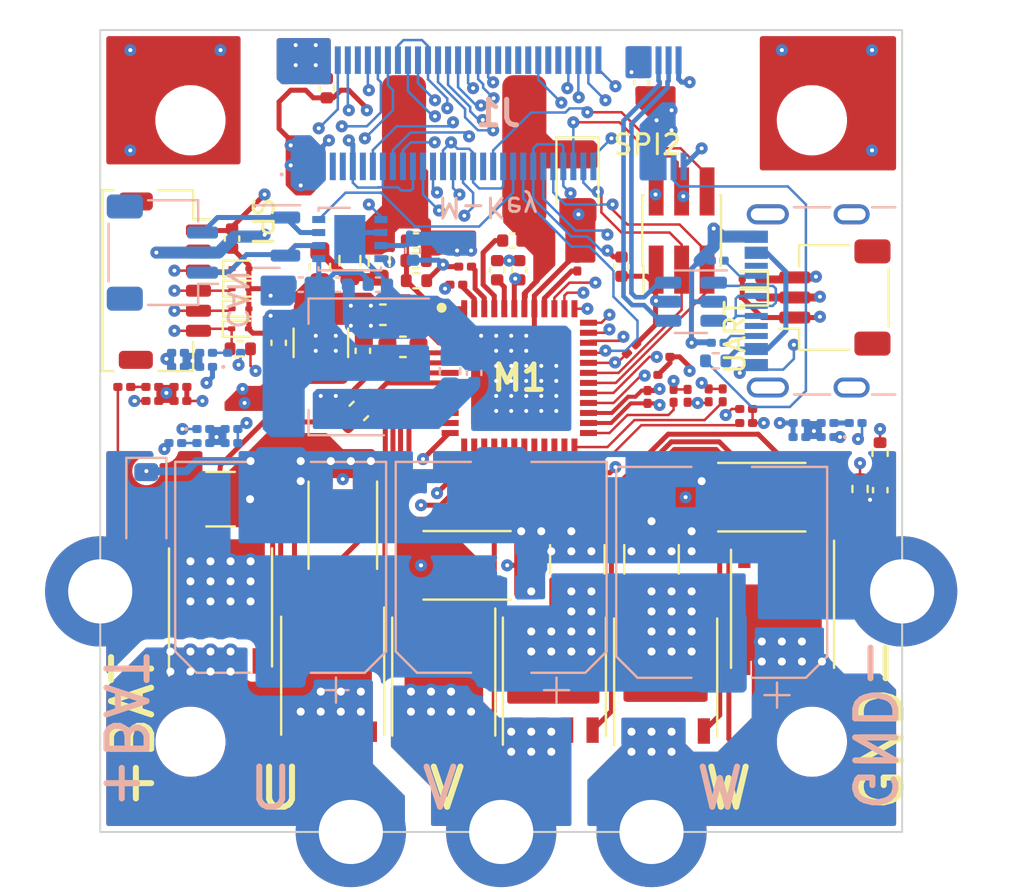
<source format=kicad_pcb>
(kicad_pcb (version 20221018) (generator pcbnew)
  (layers (0 "F.Cu" signal) (1 "In1.Cu" signal) (2 "In2.Cu" signal) (3 "In3.Cu" signal) (4 "In4.Cu" signal) (31 "B.Cu" signal) (34 "B.Paste" user) (35 "F.Paste" user) (36 "B.SilkS" user "B.Silkscreen") (37 "F.SilkS" user "F.Silkscreen") (38 "B.Mask" user) (39 "F.Mask" user) (44 "Edge.Cuts" user))
  (net 0 "")
  (net 1 "Net-(CAN_Con1-Pin_1)")
  (net 2 "Phase_U_GND")
  (net 3 "Net-(CAN_Con1-Pin_3)")
  (net 4 "+BATT")
  (net 5 "Net-(C_5V1-Pad1)")
  (net 6 "Net-(D1-K)")
  (net 7 "Net-(M1-BST)")
  (net 8 "Net-(M1-DVDD)")
  (net 9 "Net-(M1-VGLS)")
  (net 10 "+5V")
  (net 11 "Net-(M1-FB)")
  (net 12 "ADC1_-")
  (net 13 "ADC1_+")
  (net 14 "ADC2_-")
  (net 15 "+3V3")
  (net 16 "Net-(M1-CPL)")
  (net 17 "Net-(M1-CPH)")
  (net 18 "ADC321_4")
  (net 19 "ADC1_3")
  (net 20 "ADC2_3")
  (net 21 "ADC3_2")
  (net 22 "Net-(M1-VCC)")
  (net 23 "Net-(M1-VCP)")
  (net 24 "ADC3_1")
  (net 25 "SPI_1_MOSI")
  (net 26 "SPI_1_SCLK")
  (net 27 "SPI_1_MISO")
  (net 28 "SPI_1_CS")
  (net 29 "LPUART TX")
  (net 30 "LPUART RX")
  (net 31 "COMP1_N")
  (net 32 "COMP1_P")
  (net 33 "DAC_OUT")
  (net 34 "ADC2_+")
  (net 35 "CAN_TX")
  (net 36 "CAN_RX")
  (net 37 "PWM_U_N")
  (net 38 "PWM_U_P")
  (net 39 "PWM_V_N")
  (net 40 "PWM_V_P")
  (net 41 "PWM_W_N")
  (net 42 "UART8_RX")
  (net 43 "PWM_W_P")
  (net 44 "UART8_TX")
  (net 45 "PWM_Z_P")
  (net 46 "PWM_Z_N")
  (net 47 "I2C_SCL")
  (net 48 "USART2_TX")
  (net 49 "I2C_SDA")
  (net 50 "USART2_RX")
  (net 51 "SPI_2_CS")
  (net 52 "I2C2_SDA")
  (net 53 "SPI_2_MOSI")
  (net 54 "I2C2_SCL")
  (net 55 "TIM1_BKIN")
  (net 56 "SPI_2_MISO")
  (net 57 "SPI_2_SCLK")
  (net 58 "USB_D+")
  (net 59 "USB_D-")
  (net 60 "USB_Spannung")
  (net 61 "Net-(J7-VBUS-PadA4)")
  (net 62 "/Spannungsversorgung/CC1")
  (net 63 "USB_CONN_D+")
  (net 64 "USB_CONN_D-")
  (net 66 "/Spannungsversorgung/CC2")
  (net 68 "unconnected-(J7-SHIELD-PadS1)")
  (net 69 "Phase_U_Gate_H")
  (net 70 "Phase_U_Source_H")
  (net 71 "Phase_U_Gate_L")
  (net 72 "Phase_U_Source_L")
  (net 73 "Phase_V_Source_L")
  (net 74 "Phase_V_Gate_L")
  (net 75 "Phase_V_Source_H")
  (net 76 "Phase_V_Gate_H")
  (net 77 "Phase_W_Gate_H")
  (net 78 "Phase_W_Source_H")
  (net 79 "Phase_W_Gate_L")
  (net 80 "Phase_W_Source_L")
  (net 81 "Net-(M1-SOC)")
  (net 82 "Net-(M1-SOB)")
  (net 83 "Net-(M1-SOA)")
  (net 84 "Net-(M1-RCL)")
  (net 85 "Net-(M1-RT{slash}SD)")
  (net 86 "Net-(R_BAT1-Pad2)")
  (net 87 "Net-(R_sense_U1-Pad1)")
  (net 88 "Net-(R_sense_V1-Pad2)")
  (net 89 "Net-(R_sense_W1-Pad2)")
  (footprint "Resistor_SMD:R_0402_1005Metric" (layer "F.Cu") (at 208.9 111.09 -90)
    (fp_text reference "NTC1" hide)
    (fp_text value "10k")
  )
  (footprint "MountingHole:MountingHole_3.2mm_M3_ISO14580_Pad_TopBottom" (layer "F.Cu") (at 197.5 130)
    (fp_text reference "Phase_W1" hide)
    (fp_text value "MountingHole_Pad" hide)
  )
  (footprint "Connector_JST:JST_SH_SM03B-SRSS-TB_1x03-1MP_P1.00mm_Horizontal" (layer "F.Cu") (at 206.645 103.34 90)
    (fp_text reference "CAN_Con2" hide)
    (fp_text value "Conn_01x03_Pin" hide)
  )
  (footprint "MountingHole:MountingHole_3.2mm_M3_DIN965" (layer "F.Cu") (at 174.5 125.5)
    (fp_text reference "H4" hide)
    (fp_text value "MountingHole" hide)
  )
  (footprint "Resistor_SMD:R_0201_0603Metric" (layer "F.Cu") (at 197.5 107.2)
    (fp_text reference "R_Fault1" hide)
    (fp_text value "10k" hide)
  )
  (footprint "UltraLibrarian:NRSE8040-471M" (layer "F.Cu") (at 188.155 96)
    (fp_text reference "L1" hide)
    (fp_text value "470u" hide)
  )
  (footprint "Capacitor_SMD:C_0402_1005Metric" (layer "F.Cu") (at 181.3 92.9 -90)
    (fp_text reference "C_LDO2" hide)
    (fp_text value "22u")
  )
  (footprint "Capacitor_SMD:C_0201_0603Metric" (layer "F.Cu") (at 202.22 108.9 180)
    (fp_text reference "C_Filter_W1" hide)
    (fp_text value "1n" hide)
  )
  (footprint "Package_SO:PowerPAK_SO-8_Single" (layer "F.Cu") (at 204.035 118.87 -90)
    (fp_text reference "Q_P_W_L1" hide)
    (fp_text value "SiR584DP" hide)
  )
  (footprint "Capacitor_SMD:C_0201_0603Metric" (layer "F.Cu") (at 199.3 108.245 -90)
    (fp_text reference "C_Filter_U1" hide)
    (fp_text value "1n" hide)
  )
  (footprint "Capacitor_SMD:C_0402_1005Metric" (layer "F.Cu") (at 196 101.8 90)
    (fp_text reference "C_SPI2" hide)
    (fp_text value "100n")
  )
  (footprint "Capacitor_SMD:C_0402_1005Metric" (layer "F.Cu") (at 197 92.6 90)
    (fp_text reference "C_LDO1" hide)
    (fp_text value "22u")
  )
  (footprint "Capacitor_SMD:C_1210_3225Metric" (layer "F.Cu") (at 197.5 116.4 -90)
    (fp_text reference "C_IN6" hide)
    (fp_text value "10u" hide)
  )
  (footprint "MountingHole:MountingHole_3.2mm_M3_DIN965" (layer "F.Cu") (at 205.5 94.5)
    (fp_text reference "H2" hide)
    (fp_text value "MountingHole" hide)
  )
  (footprint "Diode_SMD:D_SOD-923" (layer "F.Cu") (at 176.995 103.9)
    (fp_text reference "D1_ESD3" hide)
    (fp_text value "ESD9B3.3ST5G" hide)
  )
  (footprint "Diode_SMD:D_SOD-923" (layer "F.Cu") (at 176.995 102.9)
    (fp_text reference "D1_ESD2" hide)
    (fp_text value "ESD9B3.3ST5G" hide)
  )
  (footprint "Capacitor_SMD:C_0603_1608Metric" (layer "F.Cu") (at 180.955 101.8 -90)
    (fp_text reference "C_5V1" hide)
    (fp_text value "10u" hide)
  )
  (footprint "Resistor_SMD:R_0402_1005Metric" (layer "F.Cu") (at 207.9 112.89 -90)
    (fp_text reference "R_SENS_Temp1" hide)
    (fp_text value "4k7")
  )
  (footprint "MountingHole:MountingHole_3.2mm_M3_DIN965" (layer "F.Cu") (at 174.5 94.5)
    (fp_text reference "H1" hide)
    (fp_text value "MountingHole" hide)
  )
  (footprint "Capacitor_SMD:C_0402_1005Metric" (layer "F.Cu") (at 185.755 100.5 180)
    (fp_text reference "C_FB1" hide)
    (fp_text value "1n6" hide)
  )
  (footprint "Package_SO:PowerPAK_SO-8_Single" (layer "F.Cu") (at 192.655 122.25 90)
    (fp_text reference "Q_P_V_H1" hide)
    (fp_text value "SiR584DP" hide)
  )
  (footprint "Resistor_SMD:R_0201_0603Metric" (layer "F.Cu") (at 171.2 107.8)
    (fp_text reference "R_BAT1" hide)
    (fp_text value "40k")
  )
  (footprint "Capacitor_SMD:C_0201_0603Metric" (layer "F.Cu") (at 197.3 108.3 90)
    (fp_text reference "C_Vref1" hide)
    (fp_text value "1u" hide)
  )
  (footprint "Package_SO:PowerPAK_SO-8_Single" (layer "F.Cu") (at 181.595 122.205 -90)
    (fp_text reference "Q_P_U_L1" hide)
    (fp_text value "SiR584DP" hide)
  )
  (footprint "Resistor_SMD:R_0201_0603Metric" (layer "F.Cu") (at 172.6 107.8)
    (fp_text reference "R_BAT2" hide)
    (fp_text value "40k")
  )
  (footprint "Resistor_SMD:R_0201_0603Metric" (layer "F.Cu") (at 201.05 108.22 90)
    (fp_text reference "R_CS2" hide)
    (fp_text value "150")
  )
  (footprint "MountingHole:MountingHole_3.2mm_M3_ISO14580_Pad_TopBottom" (layer "F.Cu") (at 170 118)
    (fp_text reference "Positiv1" hide)
    (fp_text value "MountingHole_Pad" hide)
  )
  (footprint "Package_SO:PowerPAK_SO-8_Single" (layer "F.Cu") (at 176 118.8 90)
    (fp_text reference "Q_P_U_H1" hide)
    (fp_text value "SiR584DP" hide)
  )
  (footprint "Capacitor_SMD:C_0201_0603Metric" (layer "F.Cu") (at 193.8 101.7 90)
    (fp_text reference "C_DVDD1" hide)
    (fp_text value "1u" hide)
  )
  (footprint "Capacitor_SMD:C_1210_3225Metric" (layer "F.Cu") (at 181.005 105.6 -90)
    (fp_text reference "C_1" hide)
    (fp_text value "10u" hide)
  )
  (footprint "Resistor_SMD:R_0201_0603Metric" (layer "F.Cu") (at 187.7625 102.7 180)
    (fp_text reference "R_RT/SD1" hide)
    (fp_text value "250k")
  )
  (footprint "SamacSys_Parts:QFN50P700X700X100-49N-D" (layer "F.Cu") (at 190.905 107.35)
    (fp_text reference "M1")
    (fp_text value "DRV8353RSRGZR" hide)
  )
  (footprint "Resistor_SMD:R_2512_6332Metric" (layer "F.Cu") (at 182.1 114.7 -90)
    (fp_text reference "Rs_P_U1" hide)
    (fp_text value "5m" hide)
  )
  (footprint "Diode_SMD:D_0201_0603Metric" (layer "F.Cu") (at 172.6 108.5)
    (fp_text reference "D_VBAT1" hide)
    (fp_text value "RB751S-40DP-TP")
  )
  (footprint "MountingHole:MountingHole_3.2mm_M3_DIN965" (layer "F.Cu") (at 205.5 125.5)
    (fp_text reference "H3" hide)
    (fp_text value "MountingHole" hide)
  )
  (footprint "Package_SO:PowerPAK_SO-8_Single" (layer "F.Cu") (at 198.205 122.295 90)
    (fp_text reference "Q_P_W_H1" hide)
    (fp_text value "SiR584DP" hide)
  )
  (footprint "Capacitor_SMD:C_0402_1005Metric" (layer "F.Cu") (at 178.9 105.6 90)
    (fp_text reference "C_VM1" hide)
    (fp_text value "100n" hide)
  )
  (footprint "Connector_JST:JST_SHL_SM06B-SHLS-TF_1x06-1MP_P1.00mm_Horizontal" (layer "F.Cu") (at 173.225 102.5 -90)
    (fp_text reference "JST_SPI1" hide)
    (fp_text value "Conn_01x06_Female" hide)
  )
  (footprint "Connector_PinHeader_1.27mm:PinHeader_2x03_P1.27mm_Vertical_SMD" (layer "F.Cu") (at 199 100 90)
    (fp_text reference "SPI2" hide)
    (fp_text value "Conn_01x06_Female")
  )
  (footprint "Resistor_SMD:R_0201_0603Metric" (layer "F.Cu") (at 188.2 101.8 180)
    (fp_text reference "R_RCL1" hide)
    (fp_text value "130k")
  )
  (footprint "Custom:DO-219AA" (layer "F.Cu") (at 193.855 97.65 -90)
    (fp_text reference "D1" hide)
    (fp_text value "FES1DE" hide)
  )
  (footprint "Capacitor_SMD:C_0402_1005Metric" (layer "F.Cu") (at 190.9 101.98 -90)
    (fp_text reference "C_IN7" hide)
    (fp_text value "100n" hide)
  )
  (footprint "Capacitor_SMD:C_0402_1005Metric" (layer "F.Cu") (at 183.1 106 90)
    (fp_text reference "C_VM2" hide)
    (fp_text value "100n" hide)
  )
  (footprint "Resistor_SMD:R_0201_0603Metric" (layer "F.Cu") (at 198.6 108.245 90)
    (fp_text reference "R_CS1" hide)
    (fp_text value "150")
  )
  (footprint "Diode_SMD:D_SOD-923" (layer "F.Cu") (at 202.445 103.34 180)
    (fp_text reference "D1_ESD5" hide)
    (fp_text value "ESD9B3.3ST5G")
  )
  (footprint "Resistor_SMD:R_2512_6332Metric" (layer "F.Cu") (at 188.3 116.7 180)
    (fp_text reference "Rs_P_V1" hide)
    (fp_text value "5m" hide)
  )
  (footprint "Resistor_SMD:R_0201_0603Metric" (layer "F.Cu") (at 198.1 106.3)
    (fp_text reference "R_SDO_PU1" hide)
    (fp_text value "1k")
  )
  (footprint "Capacitor_SMD:C_0402_1005Metric" (layer "F.Cu") (at 189.8 101.98 90)
    (fp_text reference "C_VCC1" hide)
    (fp_text value "470n" hide)
  )
  (footprint "Diode_SMD:D_SOD-923" (layer "F.Cu") (at 176.975 104.9)
    (fp_text reference "D1_ESD4" hide)
    (fp_text value "ESD9B3.3ST5G" hide)
  )
  (footprint "MountingHole:MountingHole_3.2mm_M3_ISO14580_Pad_TopBottom" (layer "F.Cu") (at 190 130)
    (fp_text reference "Phase_V1" hide)
    (fp_text value "MountingHole_Pad" hide)
  )
  (footprint "Capacitor_SMD:C_0402_1005Metric" (layer "F.Cu") (at 190.555 100.5 180)
    (fp_text reference "C_BST1" hide)
    (fp_text value "10n" hide)
  )
  (footprint "Resistor_SMD:R_0402_1005Metric" (layer "F.Cu") (at 176.985 105.9 180)
    (fp_text reference "R_CAN1" hide)
    (fp_text value "3k3")
  )
  (footprint "Resistor_SMD:R_0402_1005Metric" (layer "F.Cu") (at 185.775 102.5 180)
    (fp_text reference "R_FB2" hide)
    (fp_text value "10k" hide)
  )
  (footprint "Package_SO:PowerPAK_SO-8_Single" (layer "F.Cu") (at 187.135 122.25 -90)
    (fp_text reference "Q_P_V_L1" hide)
    (fp_text value "SiR584DP" hide)
  )
  (footprint "Resistor_SMD:R_0402_1005Metric" (layer "F.Cu") (at 185.755 101.5)
    (fp_text reference "R_FB1" hide)
    (fp_text value "10k" hide)
  )
  (footprint "Capacitor_SMD:C_0201_0603Metric" (layer "F.Cu") (at 174 108.5)
    (fp_text reference "C_VM_1" hide)
    (fp_text value "100n")
  )
  (footprint "Resistor_SMD:R_0201_0603Metric" (layer "F.Cu") (at 174 107.8)
    (fp_text reference "R_VM_1" hide)
    (fp_text value "5K")
  )
  (footprint "MountingHole:MountingHole_3.2mm_M3_ISO14580_Pad_TopBottom" (layer "F.Cu") (at 210 118)
    (fp_text reference "Negativ1" hide)
    (fp_text value "MountingHole_Pad" hide)
  )
  (footprint "Diode_SMD:D_SOD-923" (layer "F.Cu") (at 176.995 101.9)
    (fp_text reference "D1_ESD1" hide)
    (fp_text value "ESD9B3.3ST5G" hide)
  )
  (footprint "Capacitor_SMD:C_0603_1608Metric" (layer "F.Cu") (at 182.9 109 45)
    (fp_text reference "C_VDRAIN1" hide)
    (fp_text value "1u" hide)
  )
  (footprint "Capacitor_SMD:C_0402_1005Metric" (layer "F.Cu") (at 176.575 100.4 -90)
    (fp_text reference "C_SPI1" hide)
    (fp_text value "100n")
  )
  (footprint "Resistor_SMD:R_0201_0603Metric" (layer "F.Cu") (at 196.5 105.9 45)
    (fp_text reference "R_SCLK1" hide)
    (fp_text value "10k" hide)
  )
  (footprint "Capacitor_SMD:C_1210_3225Metric" (layer "F.Cu") (at 193.8 116.4 -90)
    (fp_text reference "C_IN5" hide)
    (fp_text value "10u" hide)
  )
  (footprint "Resistor_SMD:R_2512_6332Metric" (layer "F.Cu") (at 203 113.3)
    (fp_text reference "Rs_P_W1" hide)
    (fp_text value "5m" hide)
  )
  (footprint "Capacitor_SMD:C_0603_1608Metric" (layer "F.Cu") (at 184.1 104.2 180)
    (fp_text reference "C_DVDD2" hide)
    (fp_text value "1u" hide)
  )
  (footprint "Resistor_SMD:R_0603_1608Metric" (layer "F.Cu") (at 183.915 101.525 90)
    (fp_text reference "R_C_s2" hide)
    (fp_text value "1,5" hide)
  )
  (footprint "Diode_SMD:D_SOD-923" (layer "F.Cu") (at 202.445 102.44 180)
    (fp_text reference "D1_ESD6" hide)
    (fp_text value "ESD9B3.3ST5G")
  )
  (footprint "Capacitor_SMD:C_0603_1608Metric" (layer "F.Cu") (at 185.1 105.8)
    (fp_text reference "C_PUMP1" hide)
    (fp_text value "47n" hide)
  )
  (footprint "Capacitor_SMD:C_0201_0603Metric" (layer "F.Cu") (at 200.35 108.22 -90)
    (fp_text reference "C_Filter_V1" hide)
    (fp_text value "1n" hide)
  )
  (footprint "Capacitor_SMD:C_1210_3225Metric" (layer "F.Cu") (at 176 113.4 180)
    (fp_text reference "C_IN4" hide)
    (fp_text value "10u" hide)
  )
  (footprint "MountingHole:MountingHole_3.2mm_M3_ISO14580_Pad_TopBottom" (layer "F.Cu") (at 182.5 130)
    (fp_text reference "Phase_U1" hide)
    (fp_text value "MountingHole_Pad" hide)
  )
  (footprint "Capacitor_SMD:C_0402_1005Metric" (layer "F.Cu") (at 208.91 112.95 -90)
    (fp_text reference "C_SENS_Temp1" hide)
    (fp_text value "100n")
  )
  (footprint "Resistor_SMD:R_0603_1608Metric" (layer "F.Cu") (at 182.455 101.5 90)
    (fp_text reference "R_C_s1" hide)
    (fp_text value "1,5" hide)
  )
  (footprint "Resistor_SMD:R_0201_0603Metric" (layer "F.Cu") (at 202.22 109.6)
    (fp_text reference "R_CS3" hide)
    (fp_text value "150")
  )
  (footprint "Package_DFN_QFN:DFN-8-1EP_3x3mm_P0.65mm_EP1.55x2.4mm" (layer "B.Cu") (at 182.45 100.425 180)
    (fp_text reference "U3" hide)
    (fp_text value "SIT1042QTK/3" hide)
  )
  (footprint "Capacitor_SMD:CP_Elec_10x10" (layer "B.Cu") (at 190 116.8 90)
    (fp_text reference "C_IN1" hide)
    (fp_text value "100u" hide)
  )
  (footprint "Resistor_SMD:R_0201_0603Metric" (layer "B.Cu") (at 207.68 109.6 180)
    (fp_text reference "R_sense_W1" hide)
    (fp_text value "40k")
  )
  (footprint "Resistor_SMD:R_0201_0603Metric" (layer "B.Cu") (at 176.68 106.1 180)
    (fp_text reference "R_sense_V1" hide)
    (fp_text value "40k")
  )
  (footprint "Resistor_SMD:R_0201_0603Metric" (layer "B.Cu") (at 175.28 106.1 180)
    (fp_text reference "R_sense_V2" hide)
    (fp_text value "40k")
  )
  (footprint "Diode_SMD:D_0201_0603Metric" (layer "B.Cu") (at 206.28 110.3 180)
    (fp_text reference "D_sense_W1" hide)
    (fp_text value "RB751S-40DP-TP")
  )
  (footprint "Diode_SMD:D_0201_0603Metric" (layer "B.Cu") (at 175.145 109.9)
    (fp_text reference "D_sense_U1" hide)
    (fp_text value "RB751S-40DP-TP")
  )
  (footprint "Resistor_SMD:R_0201_0603Metric" (layer "B.Cu") (at 204.88 109.6 180)
    (fp_text reference "R_sense_W3" hide)
    (fp_text value "5K")
  )
  (footprint "Connector_JST:JST_SH_SM03B-SRSS-TB_1x03-1MP_P1.00mm_Horizontal" (layer "B.Cu") (at 173.1 101.1 90)
    (fp_text reference "CAN_Con1" hide)
    (fp_text value "Conn_01x03_Pin" hide)
  )
  (footprint "Capacitor_SMD:C_0402_1005Metric" (layer "B.Cu") (at 188.65 107.1 90)
    (fp_text reference "C_LDO4" hide)
    (fp_text value "100n" hide)
  )
  (footprint "Capacitor_SMD:CP_Elec_10x10" (layer "B.Cu") (at 201 117.05 90)
    (fp_text reference "C_IN2" hide)
    (fp_text value "100u" hide)
  )
  (footprint "UltraLibrarian:APCI0110" (layer "B.Cu") (at 189.85 94.15 180)
    (fp_text reference "J1")
    (fp_text value "Bus_M.2_Socket_M" hide)
  )
  (footprint "Connector_USB:USB_C_Receptacle_GCT_USB4105-xx-A_16P_TopMnt_Horizontal" (layer "B.Cu") (at 206.405 103.51 -90)
    (fp_text reference "J7" hide)
    (fp_text value "USB_C_Receptacle_USB2.0" hide)
  )
  (footprint "Resistor_SMD:R_0201_0603Metric" (layer "B.Cu") (at 200.8 101.5 180)
    (fp_text reference "R_USB2" hide)
    (fp_text value "5k1" hide)
  )
  (footprint "Resistor_SMD:R_0402_1005Metric" (layer "B.Cu") (at 200.7 106.5 180)
    (fp_text reference "R_USB3" hide)
    (fp_text value "1k")
  )
  (footprint "Resistor_SMD:R_0201_0603Metric" (layer "B.Cu") (at 206.28 109.6 180)
    (fp_text reference "R_sense_W2" hide)
    (fp_text value "40k")
  )
  (footprint "Capacitor_SMD:C_0201_0603Metric" (layer "B.Cu") (at 173.88 106.8 180)
    (fp_text reference "C_sense_V1" hide)
    (fp_text value "10n")
  )
  (footprint "Capacitor_SMD:C_0201_0603Metric" (layer "B.Cu") (at 204.88 110.3 180)
    (fp_text reference "C_sense_W1" hide)
    (fp_text value "10n")
  )
  (footprint "Capacitor_SMD:C_0402_1005Metric" (layer "B.Cu") (at 180 102.7 180)
    (fp_text reference "C_Reset1" hide)
    (fp_text value "100n" hide)
  )
  (footprint "Resistor_SMD:R_0201_0603Metric" (layer "B.Cu") (at 173.745 110.6)
    (fp_text reference "R_sense_U3" hide)
    (fp_text value "40k")
  )
  (footprint "Diode_SMD:D_0201_0603Metric" (layer "B.Cu") (at 175.28 106.8 180)
    (fp_text reference "D_sense_V1" hide)
    (fp_text value "RB751S-40DP-TP")
  )
  (footprint "Package_TO_SOT_SMD:SOT-23-6" (layer "B.Cu") (at 199.4625 103.55 180)
    (fp_text reference "U2" hide)
    (fp_text value "USBLC6-2SC6" hide)
  )
  (footprint "Package_TO_SOT_SMD:SOT-23" (layer "B.Cu") (at 178.3 100.3 180)
    (fp_text reference "D2" hide)
    (fp_text value "PESD1CAN")
  )
  (footprint "Diode_SMD:D_SOD-123" (layer "B.Cu") (at 172.3 113.7 -90)
    (fp_text reference "D_TVS1" hide)
    (fp_text value "SMF54CA " hide)
  )
  (footprint "Capacitor_SMD:C_0402_1005Metric" (layer "B.Cu") (at 185.6 101 -90)
    (fp_text reference "C_Reset2" hide)
    (fp_text value "100n" hide)
  )
  (footprint "Resistor_SMD:R_0201_0603Metric" (layer "B.Cu") (at 175.145 110.6)
    (fp_text reference "R_sense_U1" hide)
    (fp_text value "40k")
  )
  (footprint "Capacitor_SMD:C_0402_1005Metric" (layer "B.Cu") (at 181.85 102.7)
    (fp_text reference "C_LDO5" hide)
    (fp_text value "100n" hide)
  )
  (footprint "Capacitor_SMD:C_0201_0603Metric" (layer "B.Cu") (at 176.545 109.9)
    (fp_text reference "C_sense_U1" hide)
    (fp_text value "10n")
  )
  (footprint "Capacitor_SMD:C_0402_1005Metric" (layer "B.Cu") (at 183.85 102.7)
    (fp_text reference "C_LDO6" hide)
    (fp_text value "22u" hide)
  )
  (footprint "Package_TO_SOT_SMD:SOT-223-3_TabPin2" (layer "B.Cu") (at 182.3 106.8 180)
    (fp_text reference "U1" hide)
    (fp_text value "LDL1117")
  )
  (footprint "Resistor_SMD:R_0201_0603Metric" (layer "B.Cu") (at 200.8 105.6 180)
    (fp_text reference "R_USB1" hide)
    (fp_text value "5k1" hide)
  )
  (footprint "Capacitor_SMD:CP_Elec_10x10" (layer "B.Cu") (at 179 116.8 90)
    (fp_text reference "C_IN3" hide)
    (fp_text value "100u" hide)
  )
  (footprint "Resistor_SMD:R_0201_0603Metric" (layer "B.Cu") (at 173.88 106.1 180)
    (fp_text reference "R_sense_V3" hide)
    (fp_text value "5K")
  )
  (footprint "Capacitor_SMD:C_0603_1608Metric" (layer "B.Cu") (at 187.45 107 90)
    (fp_text reference "C_LDO3" hide)
    (fp_text value "10u")
  )
  (footprint "Resistor_SMD:R_0201_0603Metric" (layer "B.Cu") (at 176.545 110.6)
    (fp_text reference "R_sense_U2" hide)
    (fp_text value "5K")
  )
  (gr_rect locked (start 170 90) (end 210 130) (stroke (width 0.1)) (fill none) (layer "Edge.Cuts"))
  (gr_text "V" (at 188 129) (layer "B.SilkS") (effects (font (size 2 2) (thickness 0.3)) (justify left bottom mirror)))
  (gr_text "+BAT" (at 170.05 129 -90) (layer "B.SilkS") (effects (font (size 2 2) (thickness 0.3)) (justify left bottom mirror)))
  (gr_text "U" (at 179.75 129) (layer "B.SilkS") (effects (font (size 2 2) (thickness 0.3)) (justify left bottom mirror)))
  (gr_text "M-Key" (at 186.75 98.25 180) (layer "B.SilkS") (effects (font (size 1 1)) (justify left bottom mirror)))
  (gr_text "W" (at 202.25 129) (layer "B.SilkS") (effects (font (size 2 2) (thickness 0.3)) (justify left bottom mirror)))
  (gr_text "CAN" (at 176.25 105 -90) (layer "B.SilkS") (effects (font (size 1 1)) (justify left bottom mirror)))
  (gr_text "GND-" (at 207.4 129.1 270) (layer "B.SilkS") (effects (font (size 2 2) (thickness 0.3)) (justify left bottom mirror)))
  (gr_text "U" (at 177.75 129) (layer "F.SilkS") (effects (font (size 2 2) (thickness 0.3)) (justify left bottom)))
  (gr_text "SPI2" (at 195.5 96.3) (layer "F.SilkS") (effects (font (size 1 1)) (justify left bottom)))
  (gr_text "+BAT" (at 172.8 129 90) (layer "F.SilkS") (effects (font (size 2 2) (thickness 0.3)) (justify left bottom)))
  (gr_text "V" (at 186.25 129) (layer "F.SilkS") (effects (font (size 2 2) (thickness 0.3)) (justify left bottom)))
  (gr_text "W" (at 200 129) (layer "F.SilkS") (effects (font (size 2 2) (thickness 0.3)) (justify left bottom)))
  (gr_text "UART" (at 202.25 107.25 90) (layer "F.SilkS") (effects (font (size 1 1)) (justify left bottom)))
  (gr_text "GND-" (at 210.2 129.1 90) (layer "F.SilkS") (effects (font (size 2 2) (thickness 0.3)) (justify left bottom)))
  (gr_text "SPI" (at 177.5 98.25 -90) (layer "F.SilkS") (effects (font (size 1 1)) (justify left bottom)))
  (segment (start 179.2875 101.2) (end 179.7375 100.75) (width 0.25) (layer "B.Cu") (net 1))
  (segment (start 177.3 101.2) (end 179.2875 101.2) (width 0.25) (layer "B.Cu") (net 1))
  (segment (start 179.7375 100.75) (end 180.9 100.75) (width 0.25) (layer "B.Cu") (net 1))
  (segment (start 176.4 102.1) (end 177.3 101.2) (width 0.25) (layer "B.Cu") (net 1))
  (segment (start 175.1 102.1) (end 176.4 102.1) (width 0.25) (layer "B.Cu") (net 1))
  (segment (start 197.207954 107.98) (end 197.3 107.98) (width 0.25) (layer "F.Cu") (net 2))
  (segment (start 193.855 99.192) (end 193.460311 98.797311) (width 0.125) (layer "F.Cu") (net 2))
  (segment (start 197.67 107.98) (end 197.3 107.98) (width 0.25) (layer "F.Cu") (net 2))
  (segment (start 182 93) (end 181.62 93.38) (width 0.25) (layer "F.Cu") (net 2))
  (segment (start 183.25 104.5) (end 183.5 104.75) (width 0.25) (layer "F.Cu") (net 2))
  (segment (start 197.85 107.85) (end 197.9 107.9) (width 0.25) (layer "F.Cu") (net 2))
  (segment (start 177.415 101.9) (end 177.415 101.72) (width 0.25) (layer "F.Cu") (net 2))
  (segment (start 196.7 108.29) (end 197.01 107.98) (width 0.2) (layer "F.Cu") (net 2))
  (segment (start 183.3 104.2) (end 183.25 104.5) (width 0.25) (layer "F.Cu") (net 2))
  (segment (start 183.775 103.75) (end 183.5 103.75) (width 0.25) (layer "F.Cu") (net 2))
  (segment (start 183.5 104.025) (end 183.325 104.2) (width 0.25) (layer "F.Cu") (net 2))
  (segment (start 186.6 104) (end 186.1 104) (width 0.25) (layer "F.Cu") (net 2))
  (segment (start 190.4 101.5) (end 189.8 101.5) (width 0.25) (layer "F.Cu") (net 2))
  (segment (start 187.2 101.8) (end 187.1 101.7) (width 0.25) (layer "F.Cu") (net 2))
  (segment (start 174.9 101) (end 176.455 101) (width 0.25) (layer "F.Cu") (net 2))
  (segment (start 174.32 108.5) (end 175.1 108.5) (width 0.125) (layer "F.Cu") (net 2))
  (segment (start 191.4625 116.7) (end 191.2625 116.7) (width 0.25) (layer "F.Cu") (net 2))
  (segment (start 188.155 111.745) (end 188.155 110.8) (width 0.25) (layer "F.Cu") (net 2))
  (segment (start 201.9 108.9) (end 201.5 108.9) (width 0.125) (layer "F.Cu") (net 2))
  (segment (start 204.645 104.34) (end 203.025 104.34) (width 0.25) (layer "F.Cu") (net 2))
  (segment (start 191.655 103.9) (end 191.655 103.245) (width 0.25) (layer "F.Cu") (net 2))
  (segment (start 183.15 93.75) (end 182.4 93) (width 0.25) (layer "F.Cu") (net 2))
  (segment (start 180.63 93.38) (end 180.25 93) (width 0.25) (layer "F.Cu") (net 2))
  (segment (start 178.15 102.9) (end 178.5 103.25) (width 0.25) (layer "F.Cu") (net 2))
  (segment (start 191.655 103.245) (end 193.52 101.38) (width 0.25) (layer "F.Cu") (net 2))
  (segment (start 200.4 108.565) (end 200.365 108.6) (width 0.125) (layer "F.Cu") (net 2))
  (segment (start 191.655 106.6) (end 192 106.75) (width 0.25) (layer "F.Cu") (net 2))
  (segment (start 191.25 107.5) (end 190.905 107.35) (width 0.25) (layer "F.Cu") (net 2))
  (segment (start 179.5 95.5) (end 179.5 95.75) (width 0.25) (layer "F.Cu") (net 2))
  (segment (start 199.3 108.565) (end 199.765 108.565) (width 0.125) (layer "F.Cu") (net 2))
  (segment (start 179.5 93) (end 178.921 93.579) (width 0.25) (layer "F.Cu") (net 2))
  (segment (start 200.365 108.6) (end 199.855 108.6) (width 0.125) (layer "F.Cu") (net 2))
  (segment (start 208.91 113.43) (end 208.4 113.43) (width 0.25) (layer "F.Cu") (net 2))
  (segment (start 203.025 104.34) (end 202.025 103.34) (width 0.25) (layer "F.Cu") (net 2))
  (segment (start 195.519652 109.1) (end 196.329652 108.29) (width 0.2) (layer "F.Cu") (net 2))
  (segment (start 196.5 92.1) (end 196.98 92.1) (width 0.125) (layer "F.Cu") (net 2))
  (segment (start 204.645 104.34) (end 205.86 104.34) (width 0.25) (layer "F.Cu") (net 2))
  (segment (start 192.88 112.08) (end 192.655 111.855) (width 0.25) (layer "F.Cu") (net 2))
  (segment (start 177.415 102.9) (end 178.15 102.9) (width 0.25) (layer "F.Cu") (net 2))
  (segment (start 178.921 94.921) (end 179.5 95.5) (width 0.25) (layer "F.Cu") (net 2))
  (segment (start 183.3 104.225) (end 183.325 104.2) (width 0.25) (layer "F.Cu") (net 2))
  (segment (start 193.52 101.38) (end 193.8 101.38) (width 0.25) (layer "F.Cu") (net 2))
  (segment (start 195.3 101) (end 195.62 101.32) (width 0.25) (layer "F.Cu") (net 2))
  (segment (start 194.355 109.1) (end 195.519652 109.1) (width 0.2) (layer "F.Cu") (net 2))
  (segment (start 196.98 92.1) (end 197 92.12) (width 0.125) (layer "F.Cu") (net 2))
  (segment (start 176.455 101) (end 176.575 100.88) (width 0.25) (layer "F.Cu") (net 2))
  (segment (start 182.4 93) (end 182 93) (width 0.25) (layer "F.Cu") (net 2))
  (segment (start 186.8 113.1) (end 188.155 111.745) (width 0.25) (layer "F.Cu") (net 2))
  (segment (start 177.615 105.12) (end 177.395 104.9) (width 0.25) (layer "F.Cu") (net 2))
  (segment (start 192 106.75) (end 191.25 107.5) (width 0.25) (layer "F.Cu") (net 2))
  (segment (start 181.62 93.38) (end 181.3 93.38) (width 0.25) (layer "F.Cu") (net 2))
  (segment (start 178.921 93.579) (end 178.921 94.921) (width 0.25) (layer "F.Cu") (net 2))
  (segment (start 191.5 116.5) (end 191.4625 116.7) (width 0.25) (layer "F.Cu") (net 2))
  (segment (start 187.2 104.6) (end 186.6 104) (width 0.25) (layer "F.Cu") (net 2))
  (segment (start 191.655 103.9) (end 191.655 104.845) (width 0.25) (layer "F.Cu") (net 2))
  (segment (start 187.88 101.8) (end 187.2 101.8) (width 0.25) (layer "F.Cu") (net 2))
  (segment (start 199.855 108.6) (end 199.82 108.565) (width 0.125) (layer "F.Cu") (net 2))
  (segment (start 185.4 103.3) (end 184.225 103.3) (width 0.25) (layer "F.Cu") (net 2))
  (segment (start 184.225 103.3) (end 183.775 103.75) (width 0.25) (layer "F.Cu") (net 2))
  (segment (start 180.955 102.575) (end 180.955 104.075) (width 0.4) (layer "F.Cu") (net 2))
  (segment (start 180.25 93) (end 179.5 93) (width 0.25) (layer "F.Cu") (net 2))
  (segment (start 197.01 107.98) (end 197.3 107.98) (width 0.2) (layer "F.Cu") (net 2))
  (segment (start 178.9 105.12) (end 177.615 105.12) (width 0.25) (layer "F.Cu") (net 2))
  (segment (start 191.25 106.75) (end 191.655 106.6) (width 0.25) (layer "F.Cu") (net 2))
  (segment (start 187.1 101.7) (end 187.085 101.7) (width 0.25) (layer "F.Cu") (net 2))
  (segment (start 191.655 104.845) (end 191.25 105.25) (width 0.25) (layer "F.Cu") (net 2))
  (segment (start 191.25 106) (end 191.25 106.75) (width 0.25) (layer "F.Cu") (net 2))
  (segment (start 202.025 103.34) (end 202.025 102.44) (width 0.25) (layer "F.Cu") (net 2))
  (segment (start 196.329652 108.29) (end 196.7 108.29) (width 0.2) (layer "F.Cu") (net 2))
  (segment (start 181.3 93.38) (end 180.63 93.38) (width 0.25) (layer "F.Cu") (net 2))
  (segment (start 195.62 101.32) (end 196 101.32) (width 0.25) (layer "F.Cu") (net 2))
  (segment (start 199.765 108.565) (end 199.8 108.6) (width 0.125) (layer "F.Cu") (net 2))
  (segment (start 177.415 101.9) (end 177.415 104.88) (width 0.25) (layer "F.Cu") (net 2))
  (segment (start 187.085 101.7) (end 186.285 102.5) (width 0.25) (layer "F.Cu") (net 2))
  (segment (start 195.42 112.08) (end 192.88 112.08) (width 0.25) (layer "F.Cu") (net 2))
  (segment (start 205.86 104.34) (end 205.9 104.3) (width 0.25) (layer "F.Cu") (net 2))
  (segment (start 191.0625 116.7) (end 191.5 116.5) (width 0.25) (layer "F.Cu") (net 2))
  (segment (start 183.5 103.75) (end 183.5 104.025) (width 0.25) (layer "F.Cu") (net 2))
  (segment (start 183.325 104.2) (end 183.3 104.2) (width 0.25) (layer "F.Cu") (net 2))
  (segment (start 187.455 104.6) (end 187.2 104.6) (width 0.25) (layer "F.Cu") (net 2))
  (segment (start 177.415 104.88) (end 177.395 104.9) (width 0.25) (layer "F.Cu") (net 2))
  (segment (start 174.32 107.8) (end 174.32 108.5) (width 0.25) (layer "F.Cu") (net 2))
  (segment (start 193.460311 98.797311) (end 193.460311 98.139689) (width 0.125) (layer "F.Cu") (net 2))
  (segment (start 179.5 95.75) (end 180 95.5) (width 0.25) (layer "F.Cu") (net 2))
  (segment (start 180.955 104.075) (end 181.005 104.125) (width 0.4) (layer "F.Cu") (net 2))
  (segment (start 177.415 101.72) (end 176.575 100.88) (width 0.25) (layer "F.Cu") (net 2))
  (segment (start 186.1 104) (end 185.4 103.3) (width 0.25) (layer "F.Cu") (net 2))
  (segment (start 183.15 93.85) (end 183.15 93.75) (width 0.25) (layer "F.Cu") (net 2))
  (segment (start 192.655 111.855) (end 192.655 110.8) (width 0.25) (layer "F.Cu") (net 2))
  (segment (start 187.455 110.1) (end 187.4 110.1) (width 0.25) (layer "F.Cu") (net 2))
  (segment (start 191.655 105.655) (end 191.25 106) (width 0.25) (layer "F.Cu") (net 2))
  (segment (start 208.37 113.4) (end 208.4 113.43) (width 0.25) (layer "F.Cu") (net 2))
  (segment (start 183.5 104.75) (end 183.3 104.225) (width 0.25) (layer "F.Cu") (net 2))
  (segment (start 183.15 93.85) (end 183.3 94) (width 0.25) (layer "F.Cu") (net 2))
  (segment (start 195.7 111.8) (end 195.42 112.08) (width 0.25) (layer "F.Cu") (net 2))
  (segment (start 193.855 99.192) (end 193.855 99.05) (width 0.125) (layer "F.Cu") (net 2))
  (segment (start 187.4 110.1) (end 186.1 111.4) (width 0.25) (layer "F.Cu") (net 2))
  (segment (start 191.25 105.25) (end 191.655 105.655) (width 0.25) (layer "F.Cu") (net 2))
  (segment (start 197.85 107.8) (end 197.67 107.98) (width 0.25) (layer "F.Cu") (net 2))
  (segment (start 197.85 107.8) (end 197.85 107.85) (width 0.25) (layer "F.Cu") (net 2))
  (segment (start 201.5 108.9) (end 201.2 109.2) (width 0.125) (layer "F.Cu") (net 2))
  (segment (start 190.9 101.5) (end 190.4 101.5) (width 0.25) (layer "F.Cu") (net 2))
  (segment (start 207.9 113.4) (end 208.37 113.4) (width 0.25) (layer "F.Cu") (net 2))
  (segment (start 190.3 116.7) (end 191.0625 116.7) (width 0.25) (layer "F.Cu") (net 2))
  (via (at 190.5 108.25) (size 0.6) (drill 0.2) (layers "F.Cu" "B.Cu") (net 2))
  (via (at 190.3 116.7) (size 0.6) (drill 0.2) (layers "F.Cu" "B.Cu") (net 2))
  (via (at 183.5 111.5) (size 0.8) (drill 0.4) (layers "F.Cu" "B.Cu") (net 2))
  (via (at 193.869646 93.355717) (size 0.6) (drill 0.2) (layers "F.Cu" "B.Cu") (net 2))
  (via (at 179.5 95.75) (size 0.6) (drill 0.2) (layers "F.Cu" "B.Cu") (net 2))
  (via (at 181.5 111.5) (size 0.8) (drill 0.4) (layers "F.Cu" "B.Cu") (net 2))
  (via (at 191 115) (size 0.8) (drill 0.4) (layers "F.Cu" "B.Cu") (net 2))
  (via (at 199.5 116) (size 0.8) (drill 0.4) (layers "F.Cu" "B.Cu") (net 2))
  (via (at 193.460311 98.139689) (size 0.6) (drill 0.2) (layers "F.Cu" "B.Cu") (net 2))
  (via (at 197.9 107.9) (size 0.6) (drill 0.2) (layers "F.Cu" "B.Cu") (net 2))
  (via (at 196.5 92.1) (size 0.6) (drill 0.2) (layers "F.Cu" "B.Cu") (net 2))
  (via (at 199.4 92.6) (size 0.6) (drill 0.2) (layers "F.Cu" "B.Cu") (net 2))
  (via (at 192.75 107.5) (size 0.6) (drill 0.2) (layers "F.Cu" "B.Cu") (net 2))
  (via (at 177.5 111.5) (size 0.8) (drill 0.4) (layers "F.Cu" "B.Cu") (net 2))
  (via (at 190.5 109) (size 0.6) (drill 0.2) (layers "F.Cu" "B.Cu") (net 2))
  (via (at 197.5 116) (size 0.8) (drill 0.4) (layers "F.Cu" "B.Cu") (net 2))
  (via (at 183.5 103.75) (size 0.6) (drill 0.2) (layers "F.Cu" "B.Cu") (net 2))
  (via (at 189.75 106) (size 0.6) (drill 0.2) (layers "F.Cu" "B.Cu") (net 2))
  (via (at 208.4 113.43) (size 0.6) (drill 0.2) (layers "F.Cu" "B.Cu") (net 2))
  (via (at 192.75 109) (size 0.6) (drill 0.2) (layers "F.Cu" "B.Cu") (net 2))
  (via (at 194.5 116) (size 0.8) (drill 0.4) (layers "F.Cu" "B.Cu") (net 2))
  (via (at 203.9 109.6) (size 0.6) (drill 0.2) (layers "F.Cu" "B.Cu") (net 2))
  (via (at 177.3 109.6) (size 0.6) (drill 0.2) (layers "F.Cu" "B.Cu") (net 2))
  (via (at 192.75 108.25) (size 0.6) (drill 0.2) (layers "F.Cu" "B.Cu") (net 2))
  (via (at 186.1 111.4) (size 0.6) (drill 0.2) (layers "F.Cu" "B.Cu") (net 2))
  (via (at 186.8 113.1) (size 0.6) (drill 0.2) (layers "F.Cu" "B.Cu") (net 2))
  (via (at 175.1 108.5) (size 0.6) (drill 0.2) (layers "F.Cu" "B.Cu") (net 2))
  (via (at 190.4 101.5) (size 0.6) (drill 0.2) (layers "F.Cu" "B.Cu") (net 2))
  (via (at 204 91) (size 0.6) (drill 0.2) (layers "F.Cu" "B.Cu") (net 2))
  (via (at 187.1 101.7) (size 0.6) (drill 0.2) (layers "F.Cu" "B.Cu") (net 2))
  (via (at 193 93.6205) (size 0.6) (drill 0.2) (layers "F.Cu" "B.Cu") (net 2))
  (via (at 182.4 95.5) (size 0.6) (drill 0.2) (layers "F.Cu" "B.Cu") (net 2))
  (via (at 204.6 105.7) (size 0.6) (drill 0.2) (layers "F.Cu" "B.Cu") (net 2))
  (via (at 176 91) (size 0.6) (drill 0.2) (layers "F.Cu" "B.Cu") (net 2))
  (via (at 191.25 106.75) (size 0.6) (drill 0.2) (layers "F.Cu" "B.Cu") (net 2))
  (via (at 180 112.5) (size 0.8) (drill 0.4) (layers "F.Cu" "B.Cu") (net 2))
  (via (at 187.311276 93.898141) (size 0.6) (drill 0.2) (layers "F.Cu" "B.Cu") (net 2))
  (via (at 197.7 98.2) (size 0.6) (drill 0.2) (layers "F.Cu" "B.Cu") (net 2))
  (via (at 189 105.25) (size 0.6) (drill 0.2) (layers "F.Cu" "B.Cu") (net 2))
  (via (at 195.3 101) (size 0.6) (drill 0.2) (layers "F.Cu" "B.Cu") (net 2))
  (via (at 177.475 113.4) (size 0.8) (drill 0.4) (layers "F.Cu" "B.Cu") (net 2))
  (via (at 197.5 114.5) (size 0.8) (drill 0.4) (layers "F.Cu" "B.Cu") (net 2))
  (via (at 200.6 99.9) (size 0.6) (drill 0.2) (layers "F.Cu" "B.Cu") (net 2))
  (via (at 181.408 95.5) (size 0.6) (drill 0.2) (layers "F.Cu" "B.Cu") (net 2))
  (via (at 172.3 112) (size 0.6) (drill 0.2) (layers "F.Cu" "B.Cu") (net 2))
  (via (at 187.5 95.6) (size 0.6) (drill 0.2) (layers "F.Cu" "B.Cu") (net 2))
  (via (at 192.5 116) (size 0.8) (drill 0.4) (layers "F.Cu" "B.Cu") (net 2))
  (via (at 182.1 112.4) (size 0.6) (drill 0.2) (layers "F.Cu" "B.Cu") (net 2))
  (via (at 190.5 107.5) (size 0.6) (drill 0.2) (layers "F.Cu" "B.Cu") (net 2))
  (via (at 199.8 108.6) (size 0.6) (drill 0.2) (layers "F.Cu" "B.Cu") (net 2))
  (via (at 193.5 115) (size 0.8) (drill 0.4) (layers "F.Cu" "B.Cu") (net 2))
  (via (at 183.3 94) (size 0.6) (drill 0.2) (layers "F.Cu" "B.Cu") (net 2))
  (via (at 199.5 115) (size 0.8) (drill 0.4) (layers "F.Cu" "B.Cu") (net 2))
  (via (at 192 108.25) (size 0.6) (drill 0.2) (layers "F.Cu" "B.Cu") (net 2))
  (via (at 183.5 104.75) (size 0.6) (drill 0.2) (layers "F.Cu" "B.Cu") (net 2))
  (via (at 193.855 99.192) (size 0.6) (drill 0.2) (layers "F.Cu" "B.Cu") (net 2))
  (via (at 189.75 108.25) (size 0.6) (drill 0.2) (layers "F.Cu" "B.Cu") (net 2))
  (via (at 195.7 111.8) (size 0.6) (drill 0.2) (layers "F.Cu" "B.Cu") (net 2))
  (via (at 189.75 109) (size 0.6) (drill 0.2) (layers "F.Cu" "B.Cu") (net 2))
  (via (at 192 115) (size 0.8) (drill 0.4) (layers "F.Cu" "B.Cu") (net 2))
  (via (at 196.5 116) (size 0.8) (drill 0.4) (layers "F.Cu" "B.Cu") (net 2))
  (via (at 171.5 91) (size 0.6) (drill 0.2) (layers "F.Cu" "B.Cu") (net 2))
  (via (at 178.2 100.208) (size 0.6) (drill 0.2) (layers "F.Cu" "B.Cu") (net 2))
  (via (at 195.5 95.4) (size 0.6) (drill 0.2) (layers "F.Cu" "B.Cu") (net 2))
  (via (at 191.5 118) (size 0.8) (drill 0.4) (layers "F.Cu" "B.Cu") (net 2))
  (via (at 205.9 104.3) (size 0.6) (drill 0.2) (layers "F.Cu" "B.Cu") (net 2))
  (via (at 199.2 113.3) (size 0.6) (drill 0.2) (layers "F.Cu" "B.Cu") (net 2))
  (via (at 189.75 106.75) (size 0.6) (drill 0.2) (layers "F.Cu" "B.Cu") (net 2))
  (via (at 192 109) (size 0.6) (drill 0.2) (layers "F.Cu" "B.Cu") (net 2))
  (via (at 189.75 105.25) (size 0.6) (drill 0.2) (layers "F.Cu" "B.Cu") (net 2))
  (via (at 182.5 111.5) (size 0.8) (drill 0.4) (layers "F.Cu" "B.Cu") (net 2))
  (via (at 179.5 96.75) (size 0.6) (drill 0.2) (layers "F.Cu" "B.Cu") (net 2))
  (via (at 192 107.5) (size 0.6) (drill 0.2) (layers "F.Cu" "B.Cu") (net 2))
  (via (at 191.25 107.5) (size 0.6) (drill 0.2) (layers "F.Cu" "B.Cu") (net 2))
  (via (at 182.5 103.75) (size 0.6) (drill 0.2) (layers "F.Cu" "B.Cu") (net 2))
  (via (at 173.3 106.4) (size 0.6) (drill 0.2) (layers "F.Cu" "B.Cu") (net 2))
  (via (at 182.5 104.75) (size 0.6) (drill 0.2) (layers "F.Cu" "B.Cu") (net 2))
  (via (at 191.25 109) (size 0.6) (drill 0.2) (layers "F.Cu" "B.Cu") (net 2))
  (via (at 178.5 103.25) (size 0.6) (drill 0.2) (layers "F.Cu" "B.Cu") (net 2))
  (via (at 192.75 106.75) (size 0.6) (drill 0.2) (layers "F.Cu" "B.Cu") (net 2))
  (via (at 172.8 101.1) (size 0.6) (drill 0.2) (layers "F.Cu" "B.Cu") (net 2))
  (via (at 190.5 106) (size 0.6) (drill 0.2) (layers "F.Cu" "B.Cu") (net 2))
  (via (at 201.2 109.2) (size 0.6) (drill 0.2) (layers "F.Cu" "B.Cu") (net 2))
  (via (at 200 112.5) (size 0.8) (drill 0.4) (layers "F.Cu" "B.Cu") (net 2))
  (via (at 191.25 108.25) (size 0.6) (drill 0.2) (layers "F.Cu" "B.Cu") (net 2))
  (via (at 199.5 105.6) (size 0.6) (drill 0.2) (layers "F.Cu" "B.Cu") (net 2))
  (via (at 208.5 96) (size 0.6) (drill 0.2) (layers "F.Cu" "B.Cu") (net 2))
  (via (at 171.5 96) (size 0.6) (drill 0.2) (layers "F.Cu" "B.Cu") (net 2))
  (via (at 189.75 107.5) (size 0.6) (drill 0.2) (layers "F.Cu" "B.Cu") (net 2))
  (via (at 180 111.5) (size 0.8) (drill 0.4) (layers "F.Cu" "B.Cu") (net 2))
  (via (at 201.9 107.1) (size 0.6) (drill 0.2) (layers "F.Cu" "B.Cu") (net 2))
  (via (at 191.25 105.25) (size 0.6) (drill 0.2) (layers "F.Cu" "B.Cu") (net 2))
  (via (at 190.5 105.25) (size 0.6) (drill 0.2) (layers "F.Cu" "B.Cu") (net 2))
  (via (at 191.25 106) (size 0.6) (drill 0.2) (layers "F.Cu" "B.Cu") (net 2))
  (via (at 208.5 91) (size 0.6) (drill 0.2) (layers "F.Cu" "B.Cu") (net 2))
  (via (at 198.5 116) (size 0.8) (drill 0.4) (layers "F.Cu" "B.Cu") (net 2))
  (via (at 200 95.9) (size 0.6) (drill 0.2) (layers "F.Cu" "B.Cu") (net 2))
  (via (at 190.5 106.75) (size 0.6) (drill 0.2) (layers "F.Cu" "B.Cu") (net 2))
  (via (at 180 97.75) (size 0.6) (drill 0.2) (layers "F.Cu" "B.Cu") (net 2))
  (via (at 192 106.75) (size 0.6) (drill 0.2) (layers "F.Cu" "B.Cu") (net 2))
  (via (at 193.5 116) (size 0.8) (drill 0.4) (layers "F.Cu" "B.Cu") (net 2))
  (segment (start 187.311276 93.414775) (end 187.311276 93.898141) (width 0.125) (layer "B.Cu") (net 2))
  (segment (start 182.6 95.7) (end 182.6 96.8) (width 0.25) (layer "B.Cu") (net 2))
  (segment (start 202.725 106.71) (end 202.9525 106.9375) (width 0.125) (layer "B.Cu") (net 2))
  (segment (start 194.6 96.3) (end 194.6 96.8) (width 0.125) (layer "B.Cu") (net 2))
  (segment (start 176.7 100.3) (end 176.55 100.45) (width 0.6) (layer "B.Cu") (net 2))
  (segment (start 177.3625 100.3) (end 177.8 100.3) (width 0.6) (layer "B.Cu") (net 2))
  (segment (start 188.6 96.12) (end 188.6 96.8) (width 0.125) (layer "B.Cu") (net 2))
  (segment (start 181.4 95.5) (end 181.408 95.5) (width 0.125) (layer "B.Cu") (net 2))
  (segment (start 191.85 92.4705) (end 193 93.6205) (width 0.125) (layer "B.Cu") (net 2))
  (segment (start 202.715 100.3) (end 202.725 100.31) (width 0.6) (layer "B.Cu") (net 2))
  (segment (start 178.108 100.3) (end 178.2 100.208) (width 0.125) (layer "B.Cu") (net 2))
  (segment (start 195.5 95.4) (end 194.6 96.3) (width 0.125) (layer "B.Cu") (net 2))
  (segment (start 199.5 101.9) (end 199.5 103.84) (width 0.25) (layer "B.Cu") (net 2))
  (segment (start 201.6 100.3) (end 202.715 100.3) (width 0.6) (layer "B.Cu") (net 2))
  (segment (start 175.1 101.1) (end 172.8 101.1) (width 0.6) (layer "B.Cu") (net 2))
  (segment (start 191.6 95.9) (end 191.8 95.7) (width 0.125) (layer "B.Cu") (net 2))
  (segment (start 186.35 92.453499) (end 187.311276 93.414775) (width 0.125) (layer "B.Cu") (net 2))
  (segment (start 191.6 96.8) (end 191.6 98.4) (width 0.125) (layer "B.Cu") (net 2))
  (segment (start 199 92.6) (end 199.4 92.6) (width 0.25) (layer "B.Cu") (net 2))
  (segment (start 184.054999 97.845001) (end 183.867499 97.845001) (width 0.125) (layer "B.Cu") (net 2))
  (segment (start 173.56 106.8) (end 173.56 106.4) (width 0.25) (layer "B.Cu") (net 2))
  (segment (start 202.725 106.71) (end 202.39 106.71) (width 0.25) (layer "B.Cu") (net 2))
  (segment (start 185.6 96.8) (end 185.6 97.9) (width 0.125) (layer "B.Cu") (net 2))
  (segment (start 191.85 91.5) (end 191.85 92.4705) (width 0.125) (layer "B.Cu") (net 2))
  (segment (start 188.6 97.6) (end 188.9 97.9) (width 0.125) (layer "B.Cu") (net 2))
  (segment (start 193.1 95.8) (end 193.1 96.8) (width 0.125) (layer "B.Cu") (net 2))
  (segment (start 187.5 95.6) (end 187.82 95.92) (width 0.125) (layer "B.Cu") (net 2))
  (segment (start 199.9 101.5) (end 199.5 101.9) (width 0.25) (layer "B.Cu") (net 2))
  (segment (start 173.56 106.4) (end 173.56 106.1) (width 0.25) (layer "B.Cu") (net 2))
  (segment (start 182.845 97.8575) (end 182.6 97.6125) (width 0.125) (layer "B.Cu") (net 2))
  (segment (start 193.5 100.3) (end 194.3 100.3) (width 0.125) (layer "B.Cu") (net 2))
  (segment (start 197.1 91.5) (end 196.5 92.1) (width 0.125) (layer "B.Cu") (net 2))
  (segment (start 202.29 106.71) (end 201.9 107.1) (width 0.125) (layer "B.Cu") (net 2))
  (segment (start 176.865 110.6) (end 176.865 109.9) (width 0.125) (layer "B.Cu") (net 2))
  (segment (start 200.43 105.55) (end 200.48 105.6) (width 0.25) (layer "B.Cu") (net 2))
  (segment (start 186.05 90.5) (end 186.35 90.8) (width 0.125) (layer "B.Cu") (net 2))
  (segment (start 202.9525 106.9375) (end 204.0625 106.9375) (width 0.125) (layer "B.Cu") (net 2))
  (segment (start 188.9 97.9) (end 190 97.9) (width 0.125) (layer "B.Cu") (net 2))
  (segment (start 188.4 95.92) (end 188.6 96.12) (width 0.125) (layer "B.Cu") (net 2))
  (segment (start 194.3 100.3) (end 195 101) (width 0.125) (layer "B.Cu") (net 2))
  (segment (start 204.0625 106.9375) (end 204.6 106.4) (width 0.125) (layer "B.Cu") (net 2))
  (segment (start 193.85 93.336071) (end 193.869646 93.355717) (width 0.125) (layer "B.Cu") (net 2))
  (segment (start 204.6 106.4) (end 204.6 105.7) (width 0.125) (layer "B.Cu") (net 2))
  (segment (start 200.48 105.6) (end 199.5 105.6) (width 0.25) (layer "B.Cu") (net 2))
  (segment (start 200.6 99.9) (end 200.6 100.8) (width 0.6) (layer "B.Cu") (net 2))
  (segment (start 181.1 95.8) (end 181.1 96.8) (width 0.25) (layer "B.Cu") (net 2))
  (segment (start 184.33 102.63) (end 182.45 100.75) (width 0.25) (layer "B.Cu") (net 2))
  (segment (start 200.6 99.9) (end 201 100.3) (width 0.6) (layer "B.Cu") (net 2))
  (segment (start 183.867499 97.845001) (end 183.855 97.8575) (width 0.125) (layer "B.Cu") (net 2))
  (segment (start 190.1 97.8) (end 190.1 96.8) (width 0.125) (layer "B.Cu") (net 2))
  (segment (start 199.49 103.85) (end 199.49 105.55) (width 0.25) (layer "B.Cu") (net 2))
  (segment (start 191.6 96.8) (end 191.6 95.9) (width 0.125) (layer "B.Cu") (net 2))
  (segment (start 184.1 97.8) (end 184.054999 97.845001) (width 0.125) (layer "B.Cu") (net 2))
  (segment (start 174.3 112) (end 174.8 111.5) (width 0.4) (layer "B.Cu") (net 2))
  (segment (start 188.6 96.8) (end 188.6 97.6) (width 0.125) (layer "B.Cu") (net 2))
  (segment (start 184.33 102.7) (end 184.33 102.63) (width 0.25) (layer "B.Cu") (net 2))
  (segment (start 186.35 91.5) (end 186.35 92.453499) (width 0.125) (layer "B.Cu") (net 2))
  (segment (start 177.3625 100.3) (end 178.108 100.3) (width 0.125) (layer "B.Cu") (net 2))
  (segment (start 195 101) (end 195.3 101) (width 0.125) (layer "B.Cu") (net 2))
  (segment (start 184 100.1) (end 182.775 100.1) (width 0.25) (layer "B.Cu") (net 2))
  (segment (start 200.6 103.55) (end 199.55 103.55) (width 0.25) (layer "B.Cu") (net 2))
  (segment (start 174.8 111.5) (end 177.5 111.5) (width 0.4) (layer "B.Cu") (net 2))
  (segment (start 184.1 96.8) (end 184.1 97.8) (width 0.125) (layer "B.Cu") (net 2))
  (segment (start 187.1 96) (end 187.5 95.6) (width 0.125) (layer "B.Cu") (net 2))
  (segment (start 199.5 103.84) (end 199.49 103.85) (width 0.25) (layer "B.Cu") (net 2))
  (segment (start 204.56 109.6) (end 203.9 109.6) (width 0.25) (layer "B.Cu") (net 2))
  (segment (start 182.6 97.6125) (end 182.6 96.8) (width 0.125) (layer "B.Cu") (net 2))
  (segment (start 182.775 100.1) (end 182.45 100.425) (width 0.25) (layer "B.Cu") (net 2))
  (segment (start 177.165 109.6) (end 176.865 109.9) (width 0.125) (layer "B.Cu") (net 2))
  (segment (start 177.3625 100.3) (end 176.7 100.3) (width 0.6) (layer "B.Cu") (net 2))
  (segment (start 182.4 95.5) (end 182.6 95.7) (width 0.25) (layer "B.Cu") (net 2))
  (segment (start 181.4 95.5) (end 181.1 95.8) (width 0.25) (layer "B.Cu") (net 2))
  (segment (start 191.8 95.7) (end 193 95.7) (width 0.125) (layer "B.Cu") (net 2))
  (segment (start 187.1 96.8) (end 187.1 96) (width 0.125) (layer "B.Cu") (net 2))
  (segment (start 191.6 98.4) (end 193.5 100.3) (width 0.125) (layer "B.Cu") (net 2))
  (segment (start 175.1 101.1) (end 175.9 101.1) (width 0.6) (layer "B.Cu") (net 2))
  (segment (start 186.35 90.8) (end 186.35 91.5) (width 0.125) (layer "B.Cu") (net 2))
  (segment (start 175.9 101.1) (end 176.55 100.45) (width 0.6) (layer "B.Cu") (net 2))
  (segment (start 185.1275 90.5) (end 186.05 90.5) (width 0.125) (layer "B.Cu") (net 2))
  (segment (start 199.49 105.55) (end 200.43 105.55) (width 0.25) (layer "B.Cu") (net 2))
  (segment (start 182.45 100.75) (end 182.45 100.425) (width 0.25) (layer "B.Cu") (net 2))
  (segment (start 198.85 92.45) (end 199 92.6) (width 0.25) (layer "B.Cu") (net 2))
  (segment (start 185.6 101.48) (end 186.88 101.48) (width 0.25) (layer "B.Cu") (net 2))
  (segment (start 187.82 95.92) (end 188.4 95.92) (width 0.125) (layer "B.Cu") (net 2))
  (segment (start 197.35 91.5) (end 197.1 91.5) (width 0.125) (layer "B.Cu") (net 2))
  (segment (start 185 98) (end 184.845001 97.845001) (width 0.125) (layer "B.Cu") (net 2))
  (segment (start 185.5 98) (end 185 98) (width 0.125) (layer "B.Cu") (net 2))
  (segment (start 184.845001 97.845001) (end 183.867499 97.845001) (width 0.125) (layer "B.Cu") (net 2))
  (segment (start 193.85 91.5) (end 193.85 93.336071) (width 0.125) (layer "B.Cu") (net 2))
  (segment (start 184.85 90.7775) (end 185.1275 90.5) (width 0.125) (layer "B.Cu") (net 2))
  (segment (start 190 97.9) (end 190.1 97.8) (width 0.125) (layer "B.Cu") (net 2))
  (segment (start 183.855 97.8575) (end 182.845 97.8575) (width 0.125) (layer "B.Cu") (net 2))
  (segment (start 186.88 101.48) (end 187.1 101.7) (width 0.25) (layer "B.Cu") (net 2))
  (segment (start 199.1 96.8) (end 200 95.9) (width 0.25) (layer "B.Cu") (net 2))
  (segment (start 185.6 97.9) (end 185.5 98) (width 0.125) (layer "B.Cu") (net 2))
  (segment (start 177.3 109.6) (end 177.165 109.6) (width 0.125) (layer "B.Cu") (net 2))
  (segment (start 200.6 100.8) (end 199.9 101.5) (width 0.6) (layer "B.Cu") (net 2))
  (segment (start 180.6 96.8) (end 181.1 96.8) (width 0.25) (layer "B.Cu") (net 2))
  (segment (start 204.56 110.3) (end 204.56 109.6) (width 0.25) (layer "B.Cu") (net 2))
  (segment (start 201 100.3) (end 201.6 100.3) (width 0.6) (layer "B.Cu") (net 2))
  (segment (start 198.85 91.5) (end 198.85 92.45) (width 0.25) (layer "B.Cu") (net 2))
  (segment (start 193.1 97.779378) (end 193.1 96.8) (width 0.125) (layer "B.Cu") (net 2))
  (segment (start 184.85 91.5) (end 184.85 90.7775) (width 0.125) (layer "B.Cu") (net 2))
  (segment (start 199.55 103.55) (end 199.5 103.6) (width 0.25) (layer "B.Cu") (net 2))
  (segment (start 173.3 106.4) (end 173.56 106.4) (width 0.25) (layer "B.Cu") (net 2))
  (segment (start 202.725 106.71) (end 202.29 106.71) (width 0.125) (layer "B.Cu") (net 2))
  (segment (start 200.48 101.5) (end 199.9 101.5) (width 0.25) (layer "B.Cu") (net 2))
  (segment (start 193.460311 98.139689) (end 193.1 97.779378) (width 0.125) (layer "B.Cu") (net 2))
  (segment (start 193 95.7) (end 193.1 95.8) (width 0.125) (layer "B.Cu") (net 2))
  (segment (start 172.3 112) (end 174.3 112) (width 0.4) (layer "B.Cu") (net 2))
  (segment (start 179.2375 99.35) (end 179.9875 100.1) (width 0.25) (layer "B.Cu") (net 3))
  (segment (start 175.1 100.1) (end 175.85 99.35) (width 0.25) (layer "B.Cu") (net 3))
  (segment (start 179.9875 100.1) (end 180.9 100.1) (width 0.25) (layer "B.Cu") (net 3))
  (segment (start 175.85 99.35) (end 179.2375 99.35) (width 0.25) (layer "B.Cu") (net 3))
  (segment (start 175.5 116) (end 176 116) (width 0.25) (layer "F.Cu") (net 4))
  (segment (start 174.36532 113.25) (end 172.075 113.25) (width 0.125) (layer "F.Cu") (net 4))
  (segment (start 190.655 102.705) (end 190.9 102.46) (width 0.25) (layer "F.Cu") (net 4))
  (segment (start 183.5 107.1) (end 182.351992 108.248008) (width 0.25) (layer "F.Cu") (net 4))
  (segment (start 174.523566 113.401434) (end 174.525 113.4) (width 0.125) (layer "F.Cu") (net 4))
  (segment (start 190.9 102.46) (end 190.76 102.46) (width 0.25) (layer "F.Cu") (net 4))
  (segment (start 190.9 102.46) (end 190.9 102.45) (width 0.25) (layer "F.Cu") (net 4))
  (segment (start 182.351992 109.548008) (end 178.151992 109.548008) (width 0.25) (layer "F.Cu") (net 4))
  (segment (start 176.5 118) (end 175.5 118) (width 0.25) (layer "F.Cu") (net 4))
  (segment (start 176.5 117) (end 175.5 117) (width 0.25) (layer "F.Cu") (net 4))
  (segment (start 174.516754 113.401434) (end 174.523566 113.401434) (width 0.125) (layer "F.Cu") (net 4))
  (segment (start 187.2 102.9) (end 187.2425 102.9) (width 0.125) (layer "F.Cu") (net 4))
  (segment (start 182.351992 108.248008) (end 182.351992 109.548008) (width 0.25) (layer "F.Cu") (net 4))
  (segment (start 175.5 117) (end 176 117) (width 0.25) (layer "F.Cu") (net 4))
  (segment (start 181.325 107.075) (end 181.5 107.25) (width 0.4) (layer "F.Cu") (net 4))
  (segment (start 174.516754 113.401434) (end 174.36532 113.25) (width 0.125) (layer "F.Cu") (net 4))
  (segment (start 180.75 107.25) (end 181.18 107.075) (width 0.4) (layer "F.Cu") (net 4))
  (segment (start 176 111.7) (end 175.5 116) (width 0.25) (layer "F.Cu") (net 4))
  (segment (start 181.675 107.075) (end 182.505 107.075) (width 0.4) (layer "F.Cu") (net 4))
  (segment (start 181.18 107.075) (end 181.325 107.075) (width 0.4) (layer "F.Cu") (net 4))
  (segment (start 170.88 112.055) (end 170.88 107.8) (width 0.125) (layer "F.Cu") (net 4))
  (segment (start 181.005 107.075) (end 180.83 107.075) (width 0.4) (layer "F.Cu") (net 4))
  (segment (start 183.22 106.6) (end 183.1 106.48) (width 0.25) (layer "F.Cu") (net 4))
  (segment (start 187.4 102.7) (end 187.4425 102.7) (width 0.25) (layer "F.Cu") (net 4))
  (segment (start 176 117) (end 176.5 118) (width 0.25) (layer "F.Cu") (net 4))
  (segment (start 190.655 103.9) (end 190.655 102.705) (width 0.25) (layer "F.Cu") (net 4))
  (segment (start 187.2 102.9) (end 187.4 102.7) (width 0.25) (layer "F.Cu") (net 4))
  (segment (start 190.76 102.46) (end 190.7 102.4) (width 0.25) (layer "F.Cu") (net 4))
  (segment (start 182.505 107.075) (end 183.1 106.48) (width 0.4) (layer "F.Cu") (net 4))
  (segment (start 181.5 107.25) (end 181.675 107.075) (width 0.4) (layer "F.Cu") (net 4))
  (segment (start 190.91 102.45) (end 190.9 102.46) (width 0.25) (layer "F.Cu") (net 4))
  (segment (start 175.5 118) (end 176 118.11) (width 0.25) (layer "F.Cu") (net 4))
  (segment (start 176 116) (end 176.5 116) (width 0.25) (layer "F.Cu") (net 4))
  (segment (start 187.2425 102.9) (end 187.4425 102.7) (width 0.125) (layer "F.Cu") (net 4))
  (segment (start 180.83 107.075) (end 180.75 107.25) (width 0.4) (layer "F.Cu") (net 4))
  (segment (start 190.9 102.45) (end 190.91 102.45) (width 0.25) (layer "F.Cu") (net 4))
  (segment (start 176.5 116) (end 176.5 117) (width 0.25) (layer "F.Cu") (net 4))
  (segment (start 178.151992 109.548008) (end 176 111.7) (width 0.25) (layer "F.Cu") (net 4))
  (segment (start 187.455 106.6) (end 183.22 106.6) (width 0.25) (layer "F.Cu") (net 4))
  (segment (start 172.075 113.25) (end 170.88 112.055) (width 0.125) (layer "F.Cu") (net 4))
  (segment (start 187.455 107.1) (end 183.5 107.1) (width 0.25) (layer "F.Cu") (net 4))
  (via (at 193.5 121) (size 0.8) (drill 0.4) (layers "F.Cu" "B.Cu") (net 4))
  (via (at 194.5 118) (size 0.8) (drill 0.4) (layers "F.Cu" "B.Cu") (net 4))
  (via (at 194.5 119) (size 0.8) (drill 0.4) (layers "F.Cu" "B.Cu") (net 4))
  (via (at 177.5 116.5) (size 0.8) (drill 0.4) (layers "F.Cu" "B.Cu") (net 4))
  (via (at 176.5 116.5) (size 0.8) (drill 0.4) (layers "F.Cu" "B.Cu") (net 4))
  (via (at 194.5 120) (size 0.8) (drill 0.4) (layers "F.Cu" "B.Cu") (net 4))
  (via (at 177.2 108.6) (size 0.6) (drill 0.2) (layers "F.Cu" "B.Cu") (net 4))
  (via (at 198.5 118) (size 0.8) (drill 0.4) (layers "F.Cu" "B.Cu") (net 4))
  (via (at 194.5 121) (size 0.8) (drill 0.4) (layers "F.Cu" "B.Cu") (net 4))
  (via (at 198.5 119) (size 0.8) (drill 0.4) (layers "F.Cu" "B.Cu") (net 4))
  (via (at 199.5 121) (size 0.8) (drill 0.4) (layers "F.Cu" "B.Cu") (net 4))
  (via (at 174.5 117.5) (size 0.8) (drill 0.4) (layers "F.Cu" "B.Cu") (net 4))
  (via (at 192.5 121) (size 0.8) (drill 0.4) (layers "F.Cu" "B.Cu") (net 4))
  (via (at 199.5 118) (size 0.8) (drill 0.4) (layers "F.Cu" "B.Cu") (net 4))
  (via (at 176.5 118.5) (size 0.8) (drill 0.4) (layers "F.Cu" "B.Cu") (net 4))
  (via (at 198.5 121) (size 0.8) (drill 0.4) (layers "F.Cu" "B.Cu") (net 4))
  (via (at 191.5 121) (size 0.8) (drill 0.4) (layers "F.Cu" "B.Cu") (net 4))
  (via (at 177.5 117.5) (size 0.8) (drill 0.4) (layers "F.Cu" "B.Cu") (net 4))
  (via (at 192.5 120) (size 0.8) (drill 0.4) (layers "F.Cu" "B.Cu") (net 4))
  (via (at 199.5 120) (size 0.8) (drill 0.4) (layers "F.Cu" "B.Cu") (net 4))
  (via (at 174.5 116.5) (size 0.8) (drill 0.4) (layers "F.Cu" "B.Cu") (net 4))
  (via (at 177.1 107.9) (size 0.6) (drill 0.2) (layers "F.Cu" "B.Cu") (net 4))
  (via (at 193.5 118) (size 0.8) (drill 0.4) (layers "F.Cu" "B.Cu") (net 4))
  (via (at 175.5 116.5) (size 0.8) (drill 0.4) (layers "F.Cu" "B.Cu") (net 4))
  (via (at 187.2 102.9) (size 0.6) (drill 0.2) (layers "F.Cu" "B.Cu") (net 4))
  (via (at 175.5 117.5) (size 0.8) (drill 0.4) (layers "F.Cu" "B.Cu") (net 4))
  (via (at 198.5 120) (size 0.8) (drill 0.4) (layers "F.Cu" "B.Cu") (net 4))
  (via (at 174.5 118.5) (size 0.8) (drill 0.4) (layers "F.Cu" "B.Cu") (net 4))
  (via (at 193.5 120) (size 0.8) (drill 0.4) (layers "F.Cu" "B.Cu") (net 4))
  (via (at 197.5 121) (size 0.8) (drill 0.4) (layers "F.Cu" "B.Cu") (net 4))
  (via (at 197.5 118) (size 0.8) (drill 0.4) (layers "F.Cu" "B.Cu") (net 4))
  (via (at 191.5 120) (size 0.8) (drill 0.4) (layers "F.Cu" "B.Cu") (net 4))
  (via (at 176.5 117.5) (size 0.8) (drill 0.4) (layers "F.Cu" "B.Cu") (net 4))
  (via (at 199.5 119) (size 0.8) (drill 0.4) (layers "F.Cu" "B.Cu") (net 4))
  (via (at 190.7 102.4) (size 0.6) (drill 0.2) (layers "F.Cu" "B.Cu") (net 4))
  (via (at 193.5 119) (size 0.8) (drill 0.4) (layers "F.Cu" "B.Cu") (net 4))
  (via (at 197.5 120) (size 0.8) (drill 0.4) (layers "F.Cu" "B.Cu") (net 4))
  (via (at 177.5 118.5) (size 0.8) (drill 0.4) (layers "F.Cu" "B.Cu") (net 4))
  (via (at 197.5 119) (size 0.8) (drill 0.4) (layers "F.Cu" "B.Cu") (net 4))
  (via (at 175.5 118.5) (size 0.8) (drill 0.4) (layers "F.Cu" "B.Cu") (net 4))
  (segment (start 182.255 102.325) (end 180.955 101.025) (width 0.4) (layer "F.Cu") (net 5))
  (segment (start 182.455 102.325) (end 182.255 102.325) (width 0.4) (layer "F.Cu") (net 5))
  (segment (start 182.455 102.325) (end 183.89 102.325) (width 0.4) (layer "F.Cu") (net 5))
  (segment (start 183.89 102.325) (end 183.915 102.35) (width 0.4) (layer "F.Cu") (net 5))
  (segment (start 191.155 103.145) (end 191.8 102.5) (width 0.25) (layer "F.Cu") (net 6))
  (segment (start 191.8 101.265) (end 191.035 100.5) (width 0.25) (layer "F.Cu") (net 6))
  (segment (start 191.8 102.5) (end 191.8 101.265) (width 0.25) (layer "F.Cu") (net 6))
  (segment (start 191.155 103.9) (end 191.155 103.145) (width 0.25) (layer "F.Cu") (net 6))
  (segment (start 189.7 100.5) (end 190.075 100.5) (width 0.25) (layer "F.Cu") (net 7))
  (segment (start 189.655 103.255) (end 189.1 102.7) (width 0.25) (layer "F.Cu") (net 7))
  (segment (start 189.655 103.9) (end 189.655 103.255) (width 0.25) (layer "F.Cu") (net 7))
  (segment (start 189.1 101.1) (end 189.7 100.5) (width 0.25) (layer "F.Cu") (net 7))
  (segment (start 189.1 102.7) (end 189.1 101.1) (width 0.25) (layer "F.Cu") (net 7))
  (segment (start 193.517402 102.02) (end 193.8 102.02) (width 0.25) (layer "F.Cu") (net 8))
  (segment (start 192.155 103.9) (end 192.155 103.382402) (width 0.25) (layer "F.Cu") (net 8))
  (segment (start 192.155 103.382402) (end 193.517402 102.02) (width 0.25) (layer "F.Cu") (net 8))
  (segment (start 187.455 105.1) (end 187 105.1) (width 0.25) (layer "F.Cu") (net 9))
  (segment (start 185.175 104.5) (end 184.875 104.2) (width 0.25) (layer "F.Cu") (net 9))
  (segment (start 187 105.1) (end 186.4 104.5) (width 0.25) (layer "F.Cu") (net 9))
  (segment (start 186.4 104.5) (end 185.175 104.5) (width 0.25) (layer "F.Cu") (net 9))
  (segment (start 186.265 101.5) (end 186.265 100.53) (width 0.25) (layer "F.Cu") (net 10))
  (segment (start 186.265 100.53) (end 186.235 100.5) (width 0.25) (layer "F.Cu") (net 10))
  (segment (start 186.235 97.08) (end 185.155 96) (width 0.25) (layer "F.Cu") (net 10))
  (segment (start 186.235 100.5) (end 186.235 97.08) (width 0.25) (layer "F.Cu") (net 10))
  (via (at 181 108.25) (size 0.6) (drill 0.2) (layers "F.Cu" "B.Cu") (net 10))
  (via (at 187.8 101) (size 0.6) (drill 0.2) (layers "F.Cu" "B.Cu") (net 10))
  (via (at 181.75 108.25) (size 0.6) (drill 0.2) (layers "F.Cu" "B.Cu") (net 10))
  (via (at 188.5 101) (size 0.6) (drill 0.2) (layers "F.Cu" "B.Cu") (net 10))
  (segment (start 185.25 100.75) (end 184 100.75) (width 0.25) (layer "B.Cu") (net 10))
  (segment (start 187.645 107.58) (end 187.45 107.775) (width 0.25) (layer "B.Cu") (net 10))
  (segment (start 187.45 107.775) (end 186.125 109.1) (width 0.25) (layer "B.Cu") (net 10))
  (segment (start 188.23 100.52) (end 185.6 100.52) (width 0.25) (layer "B.Cu") (net 10))
  (segment (start 185.6 100.52) (end 185.48 100.52) (width 0.25) (layer "B.Cu") (net 10))
  (segment (start 186.125 109.1) (end 185.45 109.1) (width 0.25) (layer "B.Cu") (net 10))
  (segment (start 185.48 100.52) (end 185.25 100.75) (width 0.25) (layer "B.Cu") (net 10))
  (segment (start 188.65 107.58) (end 187.645 107.58) (width 0.25) (layer "B.Cu") (net 10))
  (segment (start 188.155 103.9) (end 187.1 103.9) (width 0.25) (layer "F.Cu") (net 11))
  (segment (start 187.1 103.9) (end 186.6 103.4) (width 0.25) (layer "F.Cu") (net 11))
  (segment (start 185.275 100.5) (end 185.275 102.49) (width 0.25) (layer "F.Cu") (net 11))
  (segment (start 186.6 103.4) (end 186.165 103.4) (width 0.25) (layer "F.Cu") (net 11))
  (segment (start 185.275 102.49) (end 185.265 102.5) (width 0.25) (layer "F.Cu") (net 11))
  (segment (start 186.165 103.4) (end 185.265 102.5) (width 0.25) (layer "F.Cu") (net 11))
  (segment (start 199.3 107.925) (end 198.6 107.925) (width 0.125) (layer "F.Cu") (net 12))
  (segment (start 198.6 107.925) (end 198.6 107.5) (width 0.125) (layer "F.Cu") (net 12))
  (via (at 186.6845 95.6) (size 0.6) (drill 0.2) (layers "F.Cu" "B.Cu") (net 12))
  (via (at 198.6 107.5) (size 0.6) (drill 0.2) (layers "F.Cu" "B.Cu") (net 12))
  (segment (start 185.1 95.9875) (end 185.1 96.8) (width 0.125) (layer "B.Cu") (net 12))
  (segment (start 186.6845 95.6) (end 185.4875 95.6) (width 0.125) (layer "B.Cu") (net 12))
  (segment (start 185.4875 95.6) (end 185.1 95.9875) (width 0.125) (layer "B.Cu") (net 12))
  (segment (start 200.35 107.9) (end 200.3 107.9) (width 0.125) (layer "F.Cu") (net 13))
  (segment (start 200.35 107.9) (end 201.05 107.9) (width 0.125) (layer "F.Cu") (net 13))
  (segment (start 200.3 107.9) (end 200 107.6) (width 0.125) (layer "F.Cu") (net 13))
  (via (at 188.4 95.3) (size 0.6) (drill 0.2) (layers "F.Cu" "B.Cu") (net 13))
  (via (at 200 107.6) (size 0.6) (drill 0.2) (layers "F.Cu" "B.Cu") (net 13))
  (segment (start 188.2075 95.1075) (end 188.4 95.3) (width 0.125) (layer "B.Cu") (net 13))
  (segment (start 184.6 96.8) (end 184.6 95.9875) (width 0.125) (layer "B.Cu") (net 13))
  (segment (start 184.6 95.9875) (end 185.48 95.1075) (width 0.125) (layer "B.Cu") (net 13))
  (segment (start 185.48 95.1075) (end 188.2075 95.1075) (width 0.125) (layer "B.Cu") (net 13))
  (segment (start 202.54 109.6) (end 202.54 108.9) (width 0.125) (layer "F.Cu") (net 14))
  (segment (start 202.54 109.6) (end 203.1 109.6) (width 0.125) (layer "F.Cu") (net 14))
  (via (at 203.1 109.6) (size 0.6) (drill 0.2) (layers "F.Cu" "B.Cu") (net 14))
  (via (at 187.6 94.6) (size 0.6) (drill 0.2) (layers "F.Cu" "B.Cu") (net 14))
  (segment (start 186.8 94.8) (end 187.4 94.8) (width 0.125) (layer "B.Cu") (net 14))
  (segment (start 187.4 94.8) (end 187.6 94.6) (width 0.125) (layer "B.Cu") (net 14))
  (segment (start 184.7875 94.8) (end 186.8 94.8) (width 0.125) (layer "B.Cu") (net 14))
  (segment (start 183.6 95.9875) (end 184.7875 94.8) (width 0.125) (layer "B.Cu") (net 14))
  (segment (start 183.6 96.8) (end 183.6 95.9875) (width 0.125) (layer "B.Cu") (net 14))
  (segment (start 196 102.28) (end 197.26 102.28) (width 0.25) (layer "F.Cu") (net 15))
  (segment (start 197.82 107.2) (end 198.42 106.6) (width 0.25) (layer "F.Cu") (net 15))
  (segment (start 197.3 108.62) (end 197.82 108.62) (width 0.2) (layer "F.Cu") (net 15))
  (segment (start 176.575 99.92) (end 176.575 99.825) (width 0.25) (layer "F.Cu") (net 15))
  (segment (start 195.486342 109.6) (end 194.355 109.6) (width 0.2) (layer "F.Cu") (net 15))
  (segment (start 196.726274 105.673726) (end 197.7 104.7) (width 0.25) (layer "F.Cu") (net 15))
  (segment (start 197.26 102.28) (end 197.68 102.7) (width 0.25) (layer "F.Cu") (net 15))
  (segment (start 196.466342 108.62) (end 195.486342 109.6) (width 0.2) (layer "F.Cu") (net 15))
  (segment (start 177.495 106.745) (end 177.75 107) (width 0.125) (layer "F.Cu") (net 15))
  (segment (start 198.42 106.6) (end 198.42 106.3) (width 0.25) (layer "F.Cu") (net 15))
  (segment (start 198.9 106.3) (end 199.5 106.9) (width 0.25) (layer "F.Cu") (net 15))
  (segment (start 197.7 101.98) (end 197.73 101.95) (width 0.25) (layer "F.Cu") (net 15))
  (segment (start 176.575 99.825) (end 178.2 98.2) (width 0.25) (layer "F.Cu") (net 15))
  (segment (start 197.7 104.7) (end 197.7 103.5) (width 0.25) (layer "F.Cu") (net 15))
  (segment (start 197.3 108.62) (end 196.466342 108.62) (width 0.2) (layer "F.Cu") (net 15))
  (segment (start 172.28 108.5) (end 171.7 108.5) (width 0.125) (layer "F.Cu") (net 15))
  (segment (start 208.9 110.58) (end 208.9 109.9) (width 0.125) (layer "F.Cu") (net 15))
  (segment (start 176.495 100) (end 176.575 99.92) (width 0.25) (layer "F.Cu") (net 15))
  (segment (start 197.7 103.5) (end 197.7 101.98) (width 0.25) (layer "F.Cu") (net 15))
  (segment (start 177.495 105.9) (end 177.495 106.745) (width 0.125) (layer "F.Cu") (net 15))
  (segment (start 174.9 100) (end 176.495 100) (width 0.25) (layer "F.Cu") (net 15))
  (segment (start 197.73 103.496676) (end 197.73 101.95) (width 0.125) (layer "F.Cu") (net 15))
  (segment (start 198.42 106.3) (end 198.9 106.3) (width 0.25) (layer "F.Cu") (net 15))
  (segment (start 199.5 106.9) (end 199.4 107) (width 0.25) (layer "F.Cu") (net 15))
  (segment (start 197.82 108.62) (end 197.9 108.7) (width 0.2) (layer "F.Cu") (net 15))
  (via (at 178.5 104.25) (size 0.6) (drill 0.2) (layers "F.Cu" "B.Cu") (net 15))
  (via (at 175.3 107.6) (size 0.6) (drill 0.2) (layers "F.Cu" "B.Cu") (net 15))
  (via (at 199.4 107) (size 0.6) (drill 0.2) (layers "F.Cu" "B.Cu") (net 15))
  (via (at 180.75 90.75) (size 0.6) (drill 0.2) (layers "F.Cu" "B.Cu") (net 15))
  (via (at 178.2 98.2) (size 0.6) (drill 0.2) (layers "F.Cu" "B.Cu") (net 15))
  (via (at 197.7205 103.506176) (size 0.6) (drill 0.2) (layers "F.Cu" "B.Cu") (net 15))
  (via (at 198.5 94) (size 0.6) (drill 0.2) (layers "F.Cu" "B.Cu") (net 15))
  (via (at 180.75 106) (size 0.6) (drill 0.2) (layers "F.Cu" "B.Cu") (net 15))
  (via (at 179.75 90.75) (size 0.6) (drill 0.2) (layers "F.Cu" "B.Cu") (net 15))
  (via (at 198.5 95) (size 0.6) (drill 0.2) (layers "F.Cu" "B.Cu") (net 15))
  (via (at 179.75 91.75) (size 0.6) (drill 0.2) (layers "F.Cu" "B.Cu") (net 15))
  (via (at 197.75 94.5) (size 0.6) (drill 0.2) (layers "F.Cu" "B.Cu") (net 15))
  (via (at 197.9 108.7) (size 0.6) (drill 0.2) (layers "F.Cu" "B.Cu") (net 15))
  (via (at 206.9 110.3) (size 0.6) (drill 0.2) (layers "F.Cu" "B.Cu") (net 15))
  (via (at 174.1 109.9) (size 0.6) (drill 0.2) (layers "F.Cu" "B.Cu") (net 15))
  (via (at 180.75 91.75) (size 0.6) (drill 0.2) (layers "F.Cu" "B.Cu") (net 15))
  (via (at 180.75 105.25) (size 0.6) (drill 0.2) (layers "F.Cu" "B.Cu") (net 15))
  (via (at 181.75 106) (size 0.6) (drill 0.2) (layers "F.Cu" "B.Cu") (net 15))
  (via (at 181.75 105.25) (size 0.6) (drill 0.2) (layers "F.Cu" "B.Cu") (net 15))
  (via (at 208.9 109.9) (size 0.6) (drill 0.2) (layers "F.Cu" "B.Cu") (net 15))
  (via (at 177.75 107) (size 0.6) (drill 0.2) (layers "F.Cu" "B.Cu") (net 15))
  (via (at 171.7 108.5) (size 0.6) (drill 0.2) (layers "F.Cu" "B.Cu") (net 15))
  (segment (start 183.37 102.7) (end 183.37 102.47) (width 0.25) (layer "B.Cu") (net 15))
  (segment (start 181.37 102.43) (end 181.37 102.7) (width 0.25) (layer "B.Cu") (net 15))
  (segment (start 175.6 107.3) (end 175.3 107.6) (width 0.25) (layer "B.Cu") (net 15))
  (segment (start 183.37 102.47) (end 183 102.1) (width 0.25) (layer "B.Cu") (net 15))
  (segment (start 180.9 102.28) (end 180.48 102.7) (width 0.25) (layer "B.Cu") (net 15))
  (segment (start 175.3 107.6) (end 175.3 107.7) (width 0.25) (layer "B.Cu") (net 15))
  (segment (start 198.325 103.55) (end 197.764324 103.55) (width 0.125) (layer "B.Cu") (net 15))
  (segment (start 180.9 101.4) (end 180.9 102.28) (width 0.25) (layer "B.Cu") (net 15))
  (segment (start 183 102.1) (end 181.7 102.1) (width 0.25) (layer "B.Cu") (net 15))
  (segment (start 174.825 109.9) (end 174.1 109.9) (width 0.125) (layer "B.Cu") (net 15))
  (segment (start 206.6 110.3) (end 206.9 110.3) (width 0.25) (layer "B.Cu") (net 15))
  (segment (start 175.4 107.6) (end 175.3 107.6) (width 0.25) (layer "B.Cu") (net 15))
  (segment (start 197.764324 103.55) (end 197.7205 103.506176) (width 0.125) (layer "B.Cu") (net 15))
  (segment (start 175.6 106.8) (end 175.6 107.3) (width 0.25) (layer "B.Cu") (net 15))
  (segment (start 181.7 102.1) (end 181.37 102.43) (width 0.25) (layer "B.Cu") (net 15))
  (segment (start 175.3 107.7) (end 175.4 107.6) (width 0.25) (layer "B.Cu") (net 15))
  (segment (start 185.025 105) (end 184.325 105.7) (width 0.25) (layer "F.Cu") (net 16))
  (segment (start 186.9 105.6) (end 186.3 105) (width 0.25) (layer "F.Cu") (net 16))
  (segment (start 186.3 105) (end 185.025 105) (width 0.25) (layer "F.Cu") (net 16))
  (segment (start 187.455 105.6) (end 186.9 105.6) (width 0.25) (layer "F.Cu") (net 16))
  (segment (start 187.455 106.1) (end 186.275 106.1) (width 0.25) (layer "F.Cu") (net 17))
  (segment (start 186.275 106.1) (end 185.875 105.7) (width 0.25) (layer "F.Cu") (net 17))
  (via (at 183.2 95.4) (size 0.6) (drill 0.2) (layers "F.Cu" "B.Cu") (net 18))
  (via (at 175.8 110.3) (size 0.6) (drill 0.2) (layers "F.Cu" "B.Cu") (net 18))
  (segment (start 183.2 95.4) (end 184.6 94) (width 0.125) (layer "B.Cu") (net 18))
  (segment (start 184.35 92.75) (end 184.35 91.5) (width 0.125) (layer "B.Cu") (net 18))
  (segment (start 184.6 93) (end 184.35 92.75) (width 0.125) (layer "B.Cu") (net 18))
  (segment (start 184.6 94) (end 184.6 93) (width 0.125) (layer "B.Cu") (net 18))
  (via (at 180.9 94.9) (size 0.6) (drill 0.2) (layers "F.Cu" "B.Cu") (net 19))
  (via (at 174.6 106.5) (size 0.6) (drill 0.2) (layers "F.Cu" "B.Cu") (net 19))
  (segment (start 181.85 93.95) (end 181.85 91.5) (width 0.125) (layer "B.Cu") (net 19))
  (segment (start 180.9 94.9) (end 181.85 93.95) (width 0.125) (layer "B.Cu") (net 19))
  (via (at 205.6 110) (size 0.6) (drill 0.2) (layers "F.Cu" "B.Cu") (net 20))
  (via (at 182.4 94) (size 0.6) (drill 0.2) (layers "F.Cu" "B.Cu") (net 20))
  (segment (start 182.35 93.95) (end 182.4 94) (width 0.125) (layer "B.Cu") (net 20))
  (segment (start 182.35 91.5) (end 182.35 93.95) (width 0.125) (layer "B.Cu") (net 20))
  (segment (start 207.9 112.38) (end 207.9 111.6) (width 0.125) (layer "F.Cu") (net 21))
  (segment (start 208.91 111.61) (end 208.9 111.6) (width 0.125) (layer "F.Cu") (net 21))
  (segment (start 207.99 112.47) (end 207.9 112.38) (width 0.125) (layer "F.Cu") (net 21))
  (segment (start 208.91 112.47) (end 208.91 111.61) (width 0.125) (layer "F.Cu") (net 21))
  (segment (start 208.91 112.47) (end 207.99 112.47) (width 0.125) (layer "F.Cu") (net 21))
  (via (at 183.4 93) (size 0.6) (drill 0.2) (layers "F.Cu" "B.Cu") (net 21))
  (via (at 207.9 111.6) (size 0.6) (drill 0.2) (layers "F.Cu" "B.Cu") (net 21))
  (segment (start 183.35 92.95) (end 183.4 93) (width 0.125) (layer "B.Cu") (net 21))
  (segment (start 183.35 91.5) (end 183.35 92.95) (width 0.125) (layer "B.Cu") (net 21))
  (segment (start 189.8 102.46) (end 190.155 102.815) (width 0.25) (layer "F.Cu") (net 22))
  (segment (start 190.155 102.815) (end 190.155 103.9) (width 0.25) (layer "F.Cu") (net 22))
  (segment (start 187.455 107.6) (end 184.3 107.6) (width 0.25) (layer "F.Cu") (net 23))
  (segment (start 184.3 107.6) (end 183.448008 108.451992) (width 0.25) (layer "F.Cu") (net 23))
  (via (at 173.3 108.1) (size 0.6) (drill 0.2) (layers "F.Cu" "B.Cu") (net 24))
  (via (at 182.05 94.8) (size 0.6) (drill 0.2) (layers "F.Cu" "B.Cu") (net 24))
  (segment (start 184 94.1) (end 183.3 94.8) (width 0.125) (layer "B.Cu") (net 24))
  (segment (start 184 92.6) (end 184 94.1) (width 0.125) (layer "B.Cu") (net 24))
  (segment (start 183.85 91.5) (end 183.85 92.45) (width 0.125) (layer "B.Cu") (net 24))
  (segment (start 183.3 94.8) (end 182.05 94.8) (width 0.125) (layer "B.Cu") (net 24))
  (segment (start 183.85 92.45) (end 184 92.6) (width 0.125) (layer "B.Cu") (net 24))
  (segment (start 174.9 102) (end 176.475 102) (width 0.125) (layer "F.Cu") (net 25))
  (segment (start 174.9 102) (end 173.7 102) (width 0.125) (layer "F.Cu") (net 25))
  (segment (start 176.475 102) (end 176.575 101.9) (width 0.125) (layer "F.Cu") (net 25))
  (via (at 173.7 102) (size 0.6) (drill 0.2) (layers "F.Cu" "B.Cu") (net 25))
  (via (at 188.160942 99.260942) (size 0.6) (drill 0.2) (layers "F.Cu" "B.Cu") (net 25))
  (segment (start 188.160942 99.260942) (end 188.6 98.821884) (width 0.125) (layer "B.Cu") (net 25))
  (segment (start 188.6 98.11875) (end 188.1 97.61875) (width 0.125) (layer "B.Cu") (net 25))
  (segment (start 188.6 98.821884) (end 188.6 98.11875) (width 0.125) (layer "B.Cu") (net 25))
  (segment (start 188.1 97.61875) (end 188.1 96.8) (width 0.125) (layer "B.Cu") (net 25))
  (segment (start 176.475 103) (end 176.575 102.9) (width 0.125) (layer "F.Cu") (net 26))
  (segment (start 173.7 103) (end 174.9 103) (width 0.125) (layer "F.Cu") (net 26))
  (segment (start 174.9 103) (end 176.475 103) (width 0.125) (layer "F.Cu") (net 26))
  (via (at 173.7 103) (size 0.6) (drill 0.2) (layers "F.Cu" "B.Cu") (net 26))
  (via (at 186.8 98.1) (size 0.6) (drill 0.2) (layers "F.Cu" "B.Cu") (net 26))
  (segment (start 186.6 96.8) (end 186.6 97.9) (width 0.125) (layer "B.Cu") (net 26))
  (segment (start 186.6 97.9) (end 186.8 98.1) (width 0.125) (layer "B.Cu") (net 26))
  (segment (start 174.9 104) (end 173.7 104) (width 0.125) (layer "F.Cu") (net 27))
  (segment (start 174.9 104) (end 176.475 104) (width 0.125) (layer "F.Cu") (net 27))
  (segment (start 176.475 104) (end 176.575 103.9) (width 0.125) (layer "F.Cu") (net 27))
  (via (at 173.7 104) (size 0.6) (drill 0.2) (layers "F.Cu" "B.Cu") (net 27))
  (via (at 187.9205 98.2) (size 0.6) (drill 0.2) (layers "F.Cu" "B.Cu") (net 27))
  (segment (start 187.6 96.8) (end 187.6 97.8795) (width 0.125) (layer "B.Cu") (net 27))
  (segment (start 187.6 97.8795) (end 187.9205 98.2) (width 0.125) (layer "B.Cu") (net 27))
  (segment (start 176.555 104.9) (end 176.555 105.82) (width 0.125) (layer "F.Cu") (net 28))
  (segment (start 176.555 105.82) (end 176.475 105.9) (width 0.125) (layer "F.Cu") (net 28))
  (segment (start 175 104.9) (end 176.555 104.9) (width 0.125) (layer "F.Cu") (net 28))
  (segment (start 174.9 105) (end 173.7 105) (width 0.125) (layer "F.Cu") (net 28))
  (segment (start 174.9 105) (end 175 104.9) (width 0.125) (layer "F.Cu") (net 28))
  (via (at 186.9 99) (size 0.6) (drill 0.2) (layers "F.Cu" "B.Cu") (net 28))
  (via (at 173.7 105) (size 0.6) (drill 0.2) (layers "F.Cu" "B.Cu") (net 28))
  (segment (start 186.1 96.8) (end 186.1 98.2) (width 0.125) (layer "B.Cu") (net 28))
  (segment (start 186.1 98.2) (end 186.9 99) (width 0.125) (layer "B.Cu") (net 28))
  (segment (start 202.865 103.34) (end 204.645 103.34) (width 0.4) (layer "F.Cu") (net 29))
  (segment (start 205.86 103.34) (end 205.9 103.3) (width 0.4) (layer "F.Cu") (net 29))
  (segment (start 204.645 103.34) (end 205.86 103.34) (width 0.4) (layer "F.Cu") (net 29))
  (via (at 195.7 92.8) (size 0.6) (drill 0.2) (layers "F.Cu" "B.Cu") (net 29))
  (via (at 205.9 103.3) (size 0.6) (drill 0.2) (layers "F.Cu" "B.Cu") (net 29))
  (segment (start 194.85 91.5) (end 194.85 91.95) (width 0.125) (layer "B.Cu") (net 29))
  (segment (start 194.85 91.95) (end 195.7 92.8) (width 0.125) (layer "B.Cu") (net 29))
  (segment (start 204.645 102.34) (end 205.66 102.34) (width 0.4) (layer "F.Cu") (net 30))
  (segment (start 204.545 102.44) (end 204.645 102.34) (width 0.4) (layer "F.Cu") (net 30))
  (segment (start 205.66 102.34) (end 205.7 102.3) (width 0.4) (layer "F.Cu") (net 30))
  (segment (start 202.865 102.44) (end 204.545 102.44) (width 0.4) (layer "F.Cu") (net 30))
  (via (at 205.7 102.3) (size 0.6) (drill 0.2) (layers "F.Cu" "B.Cu") (net 30))
  (via (at 195.2 93.5) (size 0.6) (drill 0.2) (layers "F.Cu" "B.Cu") (net 30))
  (segment (start 194.35 92.65) (end 195.2 93.5) (width 0.125) (layer "B.Cu") (net 30))
  (segment (start 194.35 91.5) (end 194.35 92.65) (width 0.125) (layer "B.Cu") (net 30))
  (via (at 186.7 94.3) (size 0.6) (drill 0.2) (layers "F.Cu" "B.Cu") (net 35))
  (via (at 183.4 98.7) (size 0.6) (drill 0.2) (layers "F.Cu" "B.Cu") (net 35))
  (segment (start 184 99.3) (end 183.4 98.7) (width 0.125) (layer "B.Cu") (net 35))
  (segment (start 185.35 93.05) (end 186.6 94.3) (width 0.125) (layer "B.Cu") (net 35))
  (segment (start 185.35 91.5) (end 185.35 93.05) (width 0.125) (layer "B.Cu") (net 35))
  (segment (start 184 99.45) (end 184 99.3) (width 0.125) (layer "B.Cu") (net 35))
  (segment (start 186.6 94.3) (end 186.7 94.3) (width 0.125) (layer "B.Cu") (net 35))
  (via (at 184.414544 101.561909) (size 0.6) (drill 0.2) (layers "F.Cu" "B.Cu") (net 36))
  (via (at 186.7 93.5) (size 0.6) (drill 0.2) (layers "F.Cu" "B.Cu") (net 36))
  (segment (start 185.85 92.65) (end 186.7 93.5) (width 0.125) (layer "B.Cu") (net 36))
  (segment (start 184.414544 101.561909) (end 184.161909 101.561909) (width 0.125) (layer "B.Cu") (net 36))
  (segment (start 185.85 91.5) (end 185.85 92.65) (width 0.125) (layer "B.Cu") (net 36))
  (segment (start 184.161909 101.561909) (end 184 101.4) (width 0.125) (layer "B.Cu") (net 36))
  (segment (start 195.229503 105.1) (end 195.4 104.929503) (width 0.125) (layer "F.Cu") (net 37))
  (segment (start 194.355 105.1) (end 195.229503 105.1) (width 0.125) (layer "F.Cu") (net 37))
  (via (at 195.4 104.929503) (size 0.6) (drill 0.2) (layers "F.Cu" "B.Cu") (net 37))
  (via (at 189.6 95) (size 0.6) (drill 0.2) (layers "F.Cu" "B.Cu") (net 37))
  (segment (start 188.842946 95) (end 189.6 95) (width 0.125) (layer "B.Cu") (net 37))
  (segment (start 186.85 91.5) (end 186.85 92.592875) (width 0.125) (layer "B.Cu") (net 37))
  (segment (start 188.2 93.942875) (end 188.2 94.357054) (width 0.125) (layer "B.Cu") (net 37))
  (segment (start 186.85 92.592875) (end 188.2 93.942875) (width 0.125) (layer "B.Cu") (net 37))
  (segment (start 188.2 94.357054) (end 188.842946 95) (width 0.125) (layer "B.Cu") (net 37))
  (segment (start 195.9 105.5) (end 196.1 105.3) (width 0.125) (layer "F.Cu") (net 38))
  (segment (start 194.455 105.5) (end 195.9 105.5) (width 0.125) (layer "F.Cu") (net 38))
  (segment (start 194.355 105.6) (end 194.455 105.5) (width 0.125) (layer "F.Cu") (net 38))
  (via (at 189.084164 94.484164) (size 0.6) (drill 0.2) (layers "F.Cu" "B.Cu") (net 38))
  (via (at 196.1 105.3) (size 0.6) (drill 0.2) (layers "F.Cu" "B.Cu") (net 38))
  (segment (start 187.35 92.732251) (end 187.35 91.5) (width 0.125) (layer "B.Cu") (net 38))
  (segment (start 188.455 94.055) (end 188.455 93.837251) (width 0.125) (layer "B.Cu") (net 38))
  (segment (start 188.884164 94.484164) (end 188.455 94.055) (width 0.125) (layer "B.Cu") (net 38))
  (segment (start 189.084164 94.484164) (end 188.884164 94.484164) (width 0.125) (layer "B.Cu") (net 38))
  (segment (start 188.455 93.837251) (end 187.35 92.732251) (width 0.125) (layer "B.Cu") (net 38))
  (segment (start 193.655 103.9) (end 194.3 103.9) (width 0.125) (layer "F.Cu") (net 39))
  (via (at 188.988712 93.760933) (size 0.6) (drill 0.2) (layers "F.Cu" "B.Cu") (net 39))
  (via (at 194.3 103.9) (size 0.6) (drill 0.2) (layers "F.Cu" "B.Cu") (net 39))
  (segment (start 188.760933 93.760933) (end 187.85 92.85) (width 0.125) (layer "B.Cu") (net 39))
  (segment (start 188.988712 93.760933) (end 188.760933 93.760933) (width 0.125) (layer "B.Cu") (net 39))
  (segment (start 187.85 92.85) (end 187.85 91.5) (width 0.125) (layer "B.Cu") (net 39))
  (segment (start 195 104.6) (end 195.4 104.2) (width 0.125) (layer "F.Cu") (net 40))
  (segment (start 194.355 104.6) (end 195 104.6) (width 0.125) (layer "F.Cu") (net 40))
  (via (at 188.6 92.9) (size 0.6) (drill 0.2) (layers "F.Cu" "B.Cu") (net 40))
  (via (at 195.4 104.2) (size 0.6) (drill 0.2) (layers "F.Cu" "B.Cu") (net 40))
  (segment (start 188.35 92.65) (end 188.6 92.9) (width 0.125) (layer "B.Cu") (net 40))
  (segment (start 188.35 91.5) (end 188.35 92.65) (width 0.125) (layer "B.Cu") (net 40))
  (segment (start 192.655 103.35) (end 193.405 102.6) (width 0.125) (layer "F.Cu") (net 41))
  (segment (start 192.655 103.9) (end 192.655 103.35) (width 0.125) (layer "F.Cu") (net 41))
  (segment (start 193.405 102.6) (end 194.7 102.6) (width 0.125) (layer "F.Cu") (net 41))
  (via (at 194.7 102.6) (size 0.6) (drill 0.2) (layers "F.Cu" "B.Cu") (net 41))
  (via (at 189.623692 93.401808) (size 0.6) (drill 0.2) (layers "F.Cu" "B.Cu") (net 41))
  (segment (start 189.1 92.7) (end 189.1 92.878116) (width 0.125) (layer "B.Cu") (net 41))
  (segment (start 188.85 91.5) (end 188.85 92.45) (width 0.125) (layer "B.Cu") (net 41))
  (segment (start 188.85 92.45) (end 189.1 92.7) (width 0.125) (layer "B.Cu") (net 41))
  (segment (start 189.1 92.878116) (end 189.623692 93.401808) (width 0.125) (layer "B.Cu") (net 41))
  (segment (start 193.3 103.1) (end 194.1 103.1) (width 0.125) (layer "F.Cu") (net 43))
  (segment (start 193.155 103.9) (end 193.155 103.245) (width 0.125) (layer "F.Cu") (net 43))
  (segment (start 193.155 103.245) (end 193.3 103.1) (width 0.125) (layer "F.Cu") (net 43))
  (via (at 194.1 103.1) (size 0.6) (drill 0.2) (layers "F.Cu" "B.Cu") (net 43))
  (via (at 189.59881 92.604911) (size 0.6) (drill 0.2) (layers "F.Cu" "B.Cu") (net 43))
  (segment (start 189.35 92.356101) (end 189.59881 92.604911) (width 0.125) (layer "B.Cu") (net 43))
  (segment (start 189.35 91.5) (end 189.35 92.356101) (width 0.125) (layer "B.Cu") (net 43))
  (segment (start 196 94.1) (end 197.8 95.9) (width 0.125) (layer "F.Cu") (net 44))
  (segment (start 197.8 95.9) (end 198.95 95.9) (width 0.125) (layer "F.Cu") (net 44))
  (segment (start 194.3 94.1) (end 196 94.1) (width 0.125) (layer "F.Cu") (net 44))
  (segment (start 198.95 95.9) (end 200.27 97.22) (width 0.125) (layer "F.Cu") (net 44))
  (segment (start 200.27 97.22) (end 200.27 98.05) (width 0.125) (layer "F.Cu") (net 44))
  (via (at 194.3 94.1) (size 0.6) (drill 0.2) (layers "F.Cu" "B.Cu") (net 44))
  (segment (start 189.6 96.8) (end 189.6 96) (width 0.125) (layer "B.Cu") (net 44))
  (segment (start 189.9 95.7) (end 191.487 94.113) (width 0.125) (layer "B.Cu") (net 44))
  (segment (start 189.6 96) (end 189.9 95.7) (width 0.125) (layer "B.Cu") (net 44))
  (segment (start 193.204001 94.113) (end 193.408501 93.9085) (width 0.125) (layer "B.Cu") (net 44))
  (segment (start 194.1085 93.9085) (end 194.2 94) (width 0.125) (layer "B.Cu") (net 44))
  (segment (start 193.1 94.113) (end 193.204001 94.113) (width 0.125) (layer "B.Cu") (net 44))
  (segment (start 194.2 94) (end 194.3 94.1) (width 0.125) (layer "B.Cu") (net 44))
  (segment (start 193.408501 93.9085) (end 194.1085 93.9085) (width 0.125) (layer "B.Cu") (net 44))
  (segment (start 191.487 94.113) (end 193.1 94.113) (width 0.125) (layer "B.Cu") (net 44))
  (segment (start 183.9875 98.1125) (end 184 98.1) (width 0.125) (layer "B.Cu") (net 47))
  (segment (start 190.6 98.1) (end 190.6 96.8) (width 0.125) (layer "B.Cu") (net 47))
  (segment (start 182.2375 98.1125) (end 183.9875 98.1125) (width 0.125) (layer "B.Cu") (net 47))
  (segment (start 188.9 99.8) (end 190.6 98.1) (width 0.125) (layer "B.Cu") (net 47))
  (segment (start 184 98.1) (end 185.7 99.8) (width 0.125) (layer "B.Cu") (net 47))
  (segment (start 180.9 99.45) (end 182.2375 98.1125) (width 0.125) (layer "B.Cu") (net 47))
  (segment (start 185.7 99.8) (end 188.9 99.8) (width 0.125) (layer "B.Cu") (net 47))
  (segment (start 195.092 106.1) (end 195.2 105.992) (width 0.125) (layer "F.Cu") (net 49))
  (segment (start 194.355 106.1) (end 195.092 106.1) (width 0.125) (layer "F.Cu") (net 49))
  (via (at 195.2 105.992) (size 0.6) (drill 0.2) (layers "F.Cu" "B.Cu") (net 49))
  (segment (start 196.8 104.5) (end 195.6 103.3) (width 0.125) (layer "B.Cu") (net 49))
  (segment (start 193.5 100.8) (end 191.1 98.4) (width 0.125) (layer "B.Cu") (net 49))
  (segment (start 195.6 102) (end 194.4 100.8) (width 0.125) (layer "B.Cu") (net 49))
  (segment (start 196.8 105.4) (end 196.8 104.5) (width 0.125) (layer "B.Cu") (net 49))
  (segment (start 194.4 100.8) (end 193.5 100.8) (width 0.125) (layer "B.Cu") (net 49))
  (segment (start 196.2 106) (end 196.8 105.4) (width 0.125) (layer "B.Cu") (net 49))
  (segment (start 195.208 106) (end 196.2 106) (width 0.125) (layer "B.Cu") (net 49))
  (segment (start 191.1 98.4) (end 191.1 96.8) (width 0.125) (layer "B.Cu") (net 49))
  (segment (start 195.6 103.3) (end 195.6 102) (width 0.125) (layer "B.Cu") (net 49))
  (segment (start 195.659286 106.6) (end 195.679643 106.579643) (width 0.125) (layer "F.Cu") (net 51))
  (segment (start 195.679643 106.579643) (end 195.820357 106.579643) (width 0.125) (layer "F.Cu") (net 51))
  (segment (start 194.355 106.6) (end 195.659286 106.6) (width 0.125) (layer "F.Cu") (net 51))
  (segment (start 195.820357 106.579643) (end 196.273726 106.126274) (width 0.125) (layer "F.Cu") (net 51))
  (via (at 195.679643 106.579643) (size 0.6) (drill 0.2) (layers "F.Cu" "B.Cu") (net 51))
  (via (at 195.3 100.2) (size 0.6) (drill 0.2) (layers "F.Cu" "B.Cu") (net 51))
  (segment (start 193.7 100) (end 192.1 98.4) (width 0.125) (layer "B.Cu") (net 51))
  (segment (start 195.3 100.2) (end 195.1 100) (width 0.125) (layer "B.Cu") (net 51))
  (segment (start 195.1 100) (end 193.7 100) (width 0.125) (layer "B.Cu") (net 51))
  (segment (start 192.1 98.4) (end 192.1 96.8) (width 0.125) (layer "B.Cu") (net 51))
  (segment (start 196.3 99.7) (end 195.558 98.958) (width 0.125) (layer "F.Cu") (net 53))
  (segment (start 200.27 101.07) (end 198.9 99.7) (width 0.125) (layer "F.Cu") (net 53))
  (segment (start 200.27 101.95) (end 200.27 101.07) (width 0.125) (layer "F.Cu") (net 53))
  (segment (start 200.27 103.045704) (end 200.27 101.95) (width 0.125) (layer "F.Cu") (net 53))
  (segment (start 194.355 107.6) (end 195.715704 107.6) (width 0.125) (layer "F.Cu") (net 53))
  (segment (start 195.715704 107.6) (end 200.27 103.045704) (width 0.125) (layer "F.Cu") (net 53))
  (segment (start 195.558 98.958) (end 195.558 98.7) (width 0.125) (layer "F.Cu") (net 53))
  (segment (start 198.9 99.7) (end 196.3 99.7) (width 0.125) (layer "F.Cu") (net 53))
  (via (at 195.558 98.7) (size 0.6) (drill 0.2) (layers "F.Cu" "B.Cu") (net 53))
  (segment (start 195.558 98.7) (end 193.2 98.7) (width 0.125) (layer "B.Cu") (net 53))
  (segment (start 193.2 98.7) (end 192.6 98.1) (width 0.125) (layer "B.Cu") (net 53))
  (segment (start 192.6 98.1) (end 192.6 96.8) (width 0.125) (layer "B.Cu") (net 53))
  (segment (start 197.005994 107.2) (end 197.18 107.2) (width 0.125) (layer "F.Cu") (net 55))
  (segment (start 197.18 107.215794) (end 197.1605 107.235294) (width 0.125) (layer "F.Cu") (net 55))
  (segment (start 194.355 108.6) (end 195.605994 108.6) (width 0.125) (layer "F.Cu") (net 55))
  (segment (start 197.18 107.2) (end 197.18 107.215794) (width 0.125) (layer "F.Cu") (net 55))
  (segment (start 195.605994 108.6) (end 197.005994 107.2) (width 0.125) (layer "F.Cu") (net 55))
  (via (at 193.3 92.9) (size 0.6) (drill 0.2) (layers "F.Cu" "B.Cu") (net 55))
  (via (at 197.1605 107.235294) (size 0.6) (drill 0.2) (layers "F.Cu" "B.Cu") (net 55))
  (segment (start 193.35 92.85) (end 193.35 91.5) (width 0.125) (layer "B.Cu") (net 55))
  (segment (start 193.3 92.9) (end 193.35 92.85) (width 0.125) (layer "B.Cu") (net 55))
  (segment (start 198.8 96.6) (end 198.5 96.3) (width 0.125) (layer "F.Cu") (net 56))
  (segment (start 194.355 108.1) (end 195.6 108.1) (width 0.125) (layer "F.Cu") (net 56))
  (segment (start 198.5 96.3) (end 197.6 96.3) (width 0.125) (layer "F.Cu") (net 56))
  (segment (start 199.082724 98.292) (end 199.082724 98.132724) (width 0.125) (layer "F.Cu") (net 56))
  (segment (start 198.8 97.85) (end 198.8 96.6) (width 0.125) (layer "F.Cu") (net 56))
  (segment (start 197.78 106.3) (end 197.7605 106.3) (width 0.125) (layer "F.Cu") (net 56))
  (segment (start 197.6 96.3) (end 195.9 94.6) (width 0.125) (layer "F.Cu") (net 56))
  (segment (start 199 98.05) (end 198.8 97.85) (width 0.125) (layer "F.Cu") (net 56))
  (segment (start 195.9 94.6) (end 193.6 94.6) (width 0.125) (layer "F.Cu") (net 56))
  (segment (start 197.4 106.3) (end 197.78 106.3) (width 0.125) (layer "F.Cu") (net 56))
  (segment (start 195.6 108.1) (end 197.4 106.3) (width 0.125) (layer "F.Cu") (net 56))
  (segment (start 199.082724 98.132724) (end 199 98.05) (width 0.125) (layer "F.Cu") (net 56))
  (via (at 199.082724 98.292) (size 0.6) (drill 0.2) (layers "F.Cu" "B.Cu") (net 56))
  (via (at 193.6 94.6) (size 0.6) (drill 0.2) (layers "F.Cu" "B.Cu") (net 56))
  (via (at 197.7605 106.3) (size 0.6) (drill 0.2) (layers "F.Cu" "B.Cu") (net 56))
  (segment (start 193.6 96.8) (end 193.6 94.6) (width 0.125) (layer "B.Cu") (net 56))
  (segment (start 198.4 100.1) (end 196 100.1) (width 0.125) (layer "F.Cu") (net 57))
  (segment (start 196 100.1) (end 194.998321 99.098321) (width 0.125) (layer "F.Cu") (net 57))
  (segment (start 195.85508 107.1) (end 199 103.95508) (width 0.125) (layer "F.Cu") (net 57))
  (segment (start 194.998321 98.241103) (end 194.821852 98.064634) (width 0.125) (layer "F.Cu") (net 57))
  (segment (start 194.998321 99.098321) (end 194.998321 98.241103) (width 0.125) (layer "F.Cu") (net 57))
  (segment (start 199 100.7) (end 198.4 100.1) (width 0.125) (layer "F.Cu") (net 57))
  (segment (start 199 101.95) (end 199 100.7) (width 0.125) (layer "F.Cu") (net 57))
  (segment (start 194.355 107.1) (end 195.85508 107.1) (width 0.125) (layer "F.Cu") (net 57))
  (segment (start 199 103.95508) (end 199 101.95) (width 0.125) (layer "F.Cu") (net 57))
  (via (at 194.821852 98.064634) (size 0.6) (drill 0.2) (layers "F.Cu" "B.Cu") (net 57))
  (segment (start 194.552134 98.064634) (end 194.1 97.6125) (width 0.125) (layer "B.Cu") (net 57))
  (segment (start 194.821852 98.064634) (end 194.552134 98.064634) (width 0.125) (layer "B.Cu") (net 57))
  (segment (start 194.1 97.6125) (end 194.1 96.8) (width 0.125) (layer "B.Cu") (net 57))
  (segment (start 196.1025 103.281808) (end 196.541833 103.721141) (width 0.23) (layer "B.Cu") (net 58))
  (segment (start 197.85 91.5) (end 197.85 92.531251) (width 0.23) (layer "B.Cu") (net 58))
  (segment (start 198.325 104.5) (end 197.783394 104.5) (width 0.125) (layer "B.Cu") (net 58))
  (segment (start 196.1025 94.518192) (end 196.1025 103.281808) (width 0.23) (layer "B.Cu") (net 58))
  (segment (start 197.85 92.531251) (end 197.9025 92.583751) (width 0.23) (layer "B.Cu") (net 58))
  (segment (start 196.541833 103.721141) (end 197.130495 103.721141) (width 0.23) (layer "B.Cu") (net 58))
  (segment (start 197.9025 92.583751) (end 197.9025 92.718192) (width 0.23) (layer "B.Cu") (net 58))
  (segment (start 197.9375 92.125) (end 197.85 92.0375) (width 0.125) (layer "B.Cu") (net 58))
  (segment (start 197.130495 103.721141) (end 197.909354 104.5) (width 0.23) (layer "B.Cu") (net 58))
  (segment (start 197.9025 92.718192) (end 196.1025 94.518192) (width 0.23) (layer "B.Cu") (net 58))
  (segment (start 197.909354 104.5) (end 198.325 104.5) (width 0.23) (layer "B.Cu") (net 58))
  (segment (start 198.2975 92.583751) (end 198.2975 92.881808) (width 0.23) (layer "B.Cu") (net 59))
  (segment (start 198.325 102.6) (end 197.819488 102.6) (width 0.125) (layer "B.Cu") (net 59))
  (segment (start 198.35 92.531251) (end 198.2975 92.583751) (width 0.23) (layer "B.Cu") (net 59))
  (segment (start 198.35 91.5) (end 198.35 92.531251) (width 0.23) (layer "B.Cu") (net 59))
  (segment (start 196.705449 103.326141) (end 197.130495 103.326141) (width 0.23) (layer "B.Cu") (net 59))
  (segment (start 196.4975 94.681808) (end 196.4975 103.118192) (width 0.23) (layer "B.Cu") (net 59))
  (segment (start 196.4975 103.118192) (end 196.705449 103.326141) (width 0.23) (layer "B.Cu") (net 59))
  (segment (start 198.2975 92.881808) (end 196.4975 94.681808) (width 0.23) (layer "B.Cu") (net 59))
  (segment (start 197.856636 102.6) (end 198.325 102.6) (width 0.23) (layer "B.Cu") (net 59))
  (segment (start 198.2625 92.125) (end 198.35 92.0375) (width 0.125) (layer "B.Cu") (net 59))
  (segment (start 197.130495 103.326141) (end 197.856636 102.6) (width 0.23) (layer "B.Cu") (net 59))
  (segment (start 198.9 97.8) (end 204.3 97.8) (width 0.125) (layer "B.Cu") (net 60))
  (segment (start 198.6 97.5) (end 198.9 97.8) (width 0.125) (layer "B.Cu") (net 60))
  (segment (start 198.6 96.8) (end 198.6 97.5) (width 0.125) (layer "B.Cu") (net 60))
  (segment (start 205.2 108) (end 204.4 108.8) (width 0.125) (layer "B.Cu") (net 60))
  (segment (start 204.3 97.8) (end 205.2 98.7) (width 0.125) (layer "B.Cu") (net 60))
  (segment (start 205.2 98.7) (end 205.2 108) (width 0.125) (layer "B.Cu") (net 60))
  (segment (start 204.4 108.8) (end 202.49 108.8) (width 0.125) (layer "B.Cu") (net 60))
  (segment (start 202.49 108.8) (end 200.19 106.5) (width 0.125) (layer "B.Cu") (net 60))
  (segment (start 201.8 105.91) (end 201.21 106.5) (width 0.25) (layer "B.Cu") (net 61))
  (segment (start 203.25 101.11) (end 204.2 102.06) (width 0.25) (layer "B.Cu") (net 61))
  (segment (start 202.725 101.11) (end 203.25 101.11) (width 0.25) (layer "B.Cu") (net 61))
  (segment (start 204.2 102.06) (end 204.2 105) (width 0.25) (layer "B.Cu") (net 61))
  (segment (start 203.29 105.91) (end 202.725 105.91) (width 0.25) (layer "B.Cu") (net 61))
  (segment (start 204.2 105) (end 203.29 105.91) (width 0.25) (layer "B.Cu") (net 61))
  (segment (start 202.725 105.91) (end 201.8 105.91) (width 0.25) (layer "B.Cu") (net 61))
  (segment (start 201.88 102.26) (end 202.725 102.26) (width 0.125) (layer "B.Cu") (net 62))
  (segment (start 201.12 101.5) (end 201.88 102.26) (width 0.125) (layer "B.Cu") (net 62))
  (segment (start 201.7 104.2) (end 201.7 103.4) (width 0.125) (layer "B.Cu") (net 63))
  (segment (start 200.6 104.5) (end 201.5 104.5) (width 0.125) (layer "B.Cu") (net 63))
  (segment (start 201.84 103.26) (end 202.725 103.26) (width 0.125) (layer "B.Cu") (net 63))
  (segment (start 201.5 104.5) (end 201.7 104.3) (width 0.125) (layer "B.Cu") (net 63))
  (segment (start 201.7 104.3) (end 201.7 104.26) (width 0.125) (layer "B.Cu") (net 63))
  (segment (start 201.7 104.3) (end 201.7 104.2) (width 0.125) (layer "B.Cu") (net 63))
  (segment (start 201.7 104.2) (end 201.76 104.26) (width 0.125) (layer "B.Cu") (net 63))
  (segment (start 201.7 103.4) (end 201.84 103.26) (width 0.125) (layer "B.Cu") (net 63))
  (segment (start 201.76 104.26) (end 202.725 104.26) (width 0.125) (layer "B.Cu") (net 63))
  (segment (start 203.56 102.76) (end 203.7 102.9) (width 0.125) (layer "B.Cu") (net 64))
  (segment (start 200.6 102.6) (end 200.8 102.8) (width 0.125) (layer "B.Cu") (net 64))
  (segment (start 203.7 103.6) (end 203.54 103.76) (width 0.125) (layer "B.Cu") (net 64))
  (segment (start 200.76 102.76) (end 202.725 102.76) (width 0.125) (layer "B.Cu") (net 64))
  (segment (start 203.7 102.9) (end 203.7 103.6) (width 0.125) (layer "B.Cu") (net 64))
  (segment (start 202.725 102.76) (end 203.56 102.76) (width 0.125) (layer "B.Cu") (net 64))
  (segment (start 200.6 102.6) (end 200.76 102.76) (width 0.125) (layer "B.Cu") (net 64))
  (segment (start 203.54 103.76) (end 202.725 103.76) (width 0.125) (layer "B.Cu") (net 64))
  (segment (start 202.725 105.26) (end 201.46 105.26) (width 0.125) (layer "B.Cu") (net 66))
  (segment (start 201.46 105.26) (end 201.12 105.6) (width 0.125) (layer "B.Cu") (net 66))
  (segment (start 187.455 108.1) (end 185 108.1) (width 0.25) (layer "F.Cu") (net 69))
  (segment (start 178.6 120.775) (end 177.905 121.47) (width 0.25) (layer "F.Cu") (net 69))
  (segment (start 184.22 108.880001) (end 184.22 112.48) (width 0.25) (layer "F.Cu") (net 69))
  (segment (start 178.6 114.6) (end 178.6 120.775) (width 0.25) (layer "F.Cu") (net 69))
  (segment (start 183.2 113.5) (end 179.7 113.5) (width 0.25) (layer "F.Cu") (net 69))
  (segment (start 184.22 112.48) (end 183.2 113.5) (width 0.25) (layer "F.Cu") (net 69))
  (segment (start 179.7 113.5) (end 178.6 114.6) (width 0.25) (layer "F.Cu") (net 69))
  (segment (start 185 108.1) (end 184.22 108.880001) (width 0.25) (layer "F.Cu") (net 69))
  (segment (start 181.75 122.75) (end 181.74 122.895) (width 0.25) (layer "F.Cu") (net 70))
  (segment (start 181.595 122.895) (end 181.5 123) (width 0.25) (layer "F.Cu") (net 70))
  (segment (start 183.357401 113.88) (end 180.1 113.88) (width 0.25) (layer "F.Cu") (net 70))
  (segment (start 182 123) (end 181.845 122.895) (width 0.25) (layer "F.Cu") (net 70))
  (segment (start 184.6 112.637401) (end 183.357401 113.88) (width 0.25) (layer "F.Cu") (net 70))
  (segment (start 180.1 113.88) (end 179 114.98) (width 0.25) (layer "F.Cu") (net 70))
  (segment (start 181.635 122.895) (end 182 123) (width 0.25) (layer "F.Cu") (net 70))
  (segment (start 184.6 109.037402) (end 184.6 112.637401) (width 0.25) (layer "F.Cu") (net 70))
  (segment (start 180.7 122) (end 181.595 122.895) (width 0.25) (layer "F.Cu") (net 70))
  (segment (start 181.845 122.895) (end 181.595 122.895) (width 0.25) (layer "F.Cu") (net 70))
  (segment (start 187.455 108.6) (end 185.037402 108.6) (width 0.25) (layer "F.Cu") (net 70))
  (segment (start 181.7 122.8) (end 181.75 122.75) (width 0.25) (layer "F.Cu") (net 70))
  (segment (start 179 114.98) (end 179 121.5) (width 0.25) (layer "F.Cu") (net 70))
  (segment (start 179.5 122) (end 180.7 122) (width 0.25) (layer "F.Cu") (net 70))
  (segment (start 185.037402 108.6) (end 184.6 109.037402) (width 0.25) (layer "F.Cu") (net 70))
  (segment (start 181.74 122.895) (end 181.635 122.895) (width 0.25) (layer "F.Cu") (net 70))
  (segment (start 181.605 122.895) (end 181.7 122.8) (width 0.25) (layer "F.Cu") (net 70))
  (segment (start 179 121.5) (end 179.5 122) (width 0.25) (layer "F.Cu") (net 70))
  (segment (start 181.5 123) (end 181.605 122.895) (width 0.25) (layer "F.Cu") (net 70))
  (via (at 173.5 122) (size 0.8) (drill 0.4) (layers "F.Cu" "B.Cu") (net 70))
  (via (at 180 124) (size 0.8) (drill 0.4) (layers "F.Cu" "B.Cu") (net 70))
  (via (at 181 124) (size 0.8) (drill 0.4) (layers "F.Cu" "B.Cu") (net 70))
  (via (at 176.5 122) (size 0.8) (drill 0.4) (layers "F.Cu" "B.Cu") (net 70))
  (via (at 175.5 121) (size 0.8) (drill 0.4) (layers "F.Cu" "B.Cu") (net 70))
  (via (at 174.5 121) (size 0.8) (drill 0.4) (layers "F.Cu" "B.Cu") (net 70))
  (via (at 183 123) (size 0.8) (drill 0.4) (layers "F.Cu" "B.Cu") (net 70))
  (via (at 181 123) (size 0.8) (drill 0.4) (layers "F.Cu" "B.Cu") (net 70))
  (via (at 183 124) (size 0.8) (drill 0.4) (layers "F.Cu" "B.Cu") (net 70))
  (via (at 174.5 122) (size 0.8) (drill 0.4) (layers "F.Cu" "B.Cu") (net 70))
  (via (at 176.5 121) (size 0.8) (drill 0.4) (layers "F.Cu" "B.Cu") (net 70))
  (via (at 173.5 121) (size 0.8) (drill 0.4) (layers "F.Cu" "B.Cu") (net 70))
  (via (at 175.5 122) (size 0.8) (drill 0.4) (layers "F.Cu" "B.Cu") (net 70))
  (via (at 182 124) (size 0.8) (drill 0.4) (layers "F.Cu" "B.Cu") (net 70))
  (via (at 182 123) (size 0.8) (drill 0.4) (layers "F.Cu" "B.Cu") (net 70))
  (via (at 173.2 110.9) (size 0.6) (drill 0.2) (layers "F.Cu" "B.Cu") (net 70))
  (segment (start 173.425 110.675) (end 173.2 110.9) (width 0.125) (layer "B.Cu") (net 70))
  (segment (start 173.425 110.6) (end 173.425 110.675) (width 0.125) (layer "B.Cu") (net 70))
  (segment (start 180.5 114.3) (end 179.69 115.11) (width 0.25) (layer "F.Cu") (net 71))
  (segment (start 183.5 114.3) (end 180.5 114.3) (width 0.25) (layer "F.Cu") (net 71))
  (segment (start 185.28 109.1) (end 184.98 109.4) (width 0.25) (layer "F.Cu") (net 71))
  (segment (start 187.455 109.1) (end 185.28 109.1) (width 0.25) (layer "F.Cu") (net 71))
  (segment (start 184.98 112.82) (end 183.5 114.3) (width 0.25) (layer "F.Cu") (net 71))
  (segment (start 184.98 109.4) (end 184.98 112.82) (width 0.25) (layer "F.Cu") (net 71))
  (segment (start 179.69 115.11) (end 179.69 119.535) (width 0.25) (layer "F.Cu") (net 71))
  (segment (start 182.1 116.3) (end 182.1 117.6625) (width 0.25) (layer "F.Cu") (net 72))
  (segment (start 185.6 109.6) (end 185.4 109.8) (width 0.25) (layer "F.Cu") (net 72))
  (segment (start 185.4 113) (end 182.1 116.3) (width 0.25) (layer "F.Cu") (net 72))
  (segment (start 187.455 109.6) (end 185.6 109.6) (width 0.25) (layer "F.Cu") (net 72))
  (segment (start 185.4 109.8) (end 185.4 113) (width 0.25) (layer "F.Cu") (net 72))
  (segment (start 188.655 110.8) (end 188.655 112.029889) (width 0.25) (layer "F.Cu") (net 73))
  (segment (start 186.984889 113.7) (end 186 113.7) (width 0.25) (layer "F.Cu") (net 73))
  (segment (start 188.655 112.029889) (end 186.984889 113.7) (width 0.25) (layer "F.Cu") (net 73))
  (via (at 186 113.7) (size 0.6) (drill 0.2) (layers "F.Cu" "B.Cu") (net 73))
  (via (at 186 116.7) (size 0.6) (drill 0.2) (layers "F.Cu" "B.Cu") (net 73))
  (segment (start 187.5 114.4) (end 185 114.4) (width 0.25) (layer "F.Cu") (net 74))
  (segment (start 184.2 118.55) (end 185.23 119.58) (width 0.25) (layer "F.Cu") (net 74))
  (segment (start 185 114.4) (end 184.2 115.2) (width 0.25) (layer "F.Cu") (net 74))
  (segment (start 189.155 110.8) (end 189.155 112.745) (width 0.25) (layer "F.Cu") (net 74))
  (segment (start 189.155 112.745) (end 187.5 114.4) (width 0.25) (layer "F.Cu") (net 74))
  (segment (start 184.2 115.2) (end 184.2 118.55) (width 0.25) (layer "F.Cu") (net 74))
  (segment (start 187.5 123.305) (end 187.5 123.305) (width 0.25) (layer "F.Cu") (net 75))
  (segment (start 187.5 123.305) (end 187.5 124) (width 0.25) (layer "F.Cu") (net 75))
  (segment (start 189.655 124) (end 189.655 110.8) (width 0.25) (layer "F.Cu") (net 75))
  (segment (start 188.195 124) (end 188.195 124) (width 0.25) (layer "F.Cu") (net 75))
  (segment (start 188.5 124) (end 189.655 124) (width 0.25) (layer "F.Cu") (net 75))
  (segment (start 188.195 124) (end 188.5 124) (width 0.25) (layer "F.Cu") (net 75))
  (segment (start 187.5 123) (end 187.5 123.305) (width 0.25) (layer "F.Cu") (net 75))
  (segment (start 187.135 122.94) (end 187.195 123) (width 0.25) (layer "F.Cu") (net 75))
  (segment (start 187.5 124) (end 188.195 124) (width 0.25) (layer "F.Cu") (net 75))
  (segment (start 187.195 123) (end 187.5 123) (width 0.25) (layer "F.Cu") (net 75))
  (via (at 185.5 123) (size 0.8) (drill 0.4) (layers "F.Cu" "B.Cu") (net 75))
  (via (at 176.9 106.7) (size 0.6) (drill 0.2) (layers "F.Cu" "B.Cu") (net 75))
  (via (at 190.5 126) (size 0.8) (drill 0.4) (layers "F.Cu" "B.Cu") (net 75))
  (via (at 188.5 124) (size 0.8) (drill 0.4) (layers "F.Cu" "B.Cu") (net 75))
  (via (at 187.5 123) (size 0.8) (drill 0.4) (layers "F.Cu" "B.Cu") (net 75))
  (via (at 187.5 124) (size 0.8) (drill 0.4) (layers "F.Cu" "B.Cu") (net 75))
  (via (at 185.5 124) (size 0.8) (drill 0.4) (layers "F.Cu" "B.Cu") (net 75))
  (via (at 191.5 125) (size 0.8) (drill 0.4) (layers "F.Cu" "B.Cu") (net 75))
  (via (at 190.5 125) (size 0.8) (drill 0.4) (layers "F.Cu" "B.Cu") (net 75))
  (via (at 192.5 125) (size 0.8) (drill 0.4) (layers "F.Cu" "B.Cu") (net 75))
  (via (at 192.5 126) (size 0.8) (drill 0.4) (layers "F.Cu" "B.Cu") (net 75))
  (via (at 186.5 124) (size 0.8) (drill 0.4) (layers "F.Cu" "B.Cu") (net 75))
  (via (at 191.5 126) (size 0.8) (drill 0.4) (layers "F.Cu" "B.Cu") (net 75))
  (via (at 186.5 123) (size 0.8) (drill 0.4) (layers "F.Cu" "B.Cu") (net 75))
  (segment (start 177 106.6) (end 176.9 106.7) (width 0.125) (layer "B.Cu") (net 75))
  (segment (start 177 106.1) (end 177 106.6) (width 0.125) (layer "B.Cu") (net 75))
  (segment (start 195.2 114) (end 195.5 114.3) (width 0.25) (layer "F.Cu") (net 76))
  (segment (start 190.155 112.955) (end 191.2 114) (width 0.25) (layer "F.Cu") (net 76))
  (segment (start 195.5 123.98) (end 194.56 124.92) (width 0.25) (layer "F.Cu") (net 76))
  (segment (start 195.5 114.3) (end 195.5 123.98) (width 0.25) (layer "F.Cu") (net 76))
  (segment (start 190.155 110.8) (end 190.155 112.955) (width 0.25) (layer "F.Cu") (net 76))
  (segment (start 191.2 114) (end 195.2 114) (width 0.25) (layer "F.Cu") (net 76))
  (segment (start 200.539178 111.3) (end 201.2 111.960822) (width 0.25) (layer "F.Cu") (net 77))
  (segment (start 191.4 113.6) (end 196.5 113.6) (width 0.25) (layer "F.Cu") (net 77))
  (segment (start 196.5 113.6) (end 198.8 111.3) (width 0.25) (layer "F.Cu") (net 77))
  (segment (start 190.655 112.855) (end 191.4 113.6) (width 0.25) (layer "F.Cu") (net 77))
  (segment (start 200.9 124.175) (end 200.11 124.965) (width 0.25) (layer "F.Cu") (net 77))
  (segment (start 190.655 110.8) (end 190.655 112.855) (width 0.25) (layer "F.Cu") (net 77))
  (segment (start 201.2 114.85) (end 200.9 115.15) (width 0.25) (layer "F.Cu") (net 77))
  (segment (start 201.2 111.960822) (end 201.2 114.85) (width 0.25) (layer "F.Cu") (net 77))
  (segment (start 200.9 115.15) (end 200.9 124.175) (width 0.25) (layer "F.Cu") (net 77))
  (segment (start 198.8 111.3) (end 200.539178 111.3) (width 0.25) (layer "F.Cu") (net 77))
  (segment (start 204 121.5) (end 204.035 121.465) (width 0.25) (layer "F.Cu") (net 78))
  (segment (start 196.342598 113.22) (end 198.642598 110.92) (width 0.25) (layer "F.Cu") (net 78))
  (segment (start 201.357401 115.23) (end 201.357401 125.357401) (width 0.25) (layer "F.Cu") (net 78))
  (segment (start 201.6 111.8) (end 201.6 114.987402) (width 0.25) (layer "F.Cu") (net 78))
  (segment (start 201.5 125.5) (end 204.035 122.965) (width 0.25) (layer "F.Cu") (net 78))
  (segment (start 200.72 110.92) (end 201.6 111.8) (width 0.25) (layer "F.Cu") (net 78))
  (segment (start 198.642598 110.92) (end 200.72 110.92) (width 0.25) (layer "F.Cu") (net 78))
  (segment (start 204 120.5) (end 204.035 120.465) (width 0.25) (layer "F.Cu") (net 78))
  (segment (start 201.6 114.987402) (end 201.357401 115.23) (width 0.25) (layer "F.Cu") (net 78))
  (segment (start 204.035 120.535) (end 204 120.5) (width 0.25) (layer "F.Cu") (net 78))
  (segment (start 204.035 122.965) (end 204.035 121.535) (width 0.25) (layer "F.Cu") (net 78))
  (segment (start 204.035 121.535) (end 204 121.5) (width 0.25) (layer "F.Cu") (net 78))
  (segment (start 191.155 112.655) (end 191.72 113.22) (width 0.25) (layer "F.Cu") (net 78))
  (segment (start 201.357401 125.357401) (end 201.5 125.5) (width 0.25) (layer "F.Cu") (net 78))
  (segment (start 204.035 121.465) (end 204.035 120.535) (width 0.25) (layer "F.Cu") (net 78))
  (segment (start 191.72 113.22) (end 196.342598 113.22) (width 0.25) (layer "F.Cu") (net 78))
  (segment (start 204.035 120.465) (end 204.035 119.56) (width 0.25) (layer "F.Cu") (net 78))
  (segment (start 191.155 110.8) (end 191.155 112.655) (width 0.25) (layer "F.Cu") (net 78))
  (via (at 197.5 126) (size 0.8) (drill 0.4) (layers "F.Cu" "B.Cu") (net 78))
  (via (at 198.5 125) (size 0.8) (drill 0.4) (layers "F.Cu" "B.Cu") (net 78))
  (via (at 196.5 126) (size 0.8) (drill 0.4) (layers "F.Cu" "B.Cu") (net 78))
  (via (at 204 120.5) (size 0.8) (drill 0.4) (layers "F.Cu" "B.Cu") (net 78))
  (via (at 205 120.5) (size 0.8) (drill 0.4) (layers "F.Cu" "B.Cu") (net 78))
  (via (at 205 121.5) (size 0.8) (drill 0.4) (layers "F.Cu" "B.Cu") (net 78))
  (via (at 204 121.5) (size 0.8) (drill 0.4) (layers "F.Cu" "B.Cu") (net 78))
  (via (at 197.5 125) (size 0.8) (drill 0.4) (layers "F.Cu" "B.Cu") (net 78))
  (via (at 198.5 126) (size 0.8) (drill 0.4) (layers "F.Cu" "B.Cu") (net 78))
  (via (at 203 121.5) (size 0.8) (drill 0.4) (layers "F.Cu" "B.Cu") (net 78))
  (via (at 196.5 125) (size 0.8) (drill 0.4) (layers "F.Cu" "B.Cu") (net 78))
  (via (at 207.8 110.4) (size 0.6) (drill 0.2) (layers "F.Cu" "B.Cu") (net 78))
  (via (at 203 120.5) (size 0.8) (drill 0.4) (layers "F.Cu" "B.Cu") (net 78))
  (via (at 206 121.5) (size 0.8) (drill 0.4) (layers "F.Cu" "B.Cu") (net 78))
  (segment (start 208 110.2) (end 208 109.6) (width 0.125) (layer "B.Cu") (net 78))
  (segment (start 207.8 110.4) (end 208 110.2) (width 0.125) (layer "B.Cu") (net 78))
  (segment (start 202.13 111.792599) (end 202.13 116.2) (width 0.25) (layer "F.Cu") (net 79))
  (segment (start 192.04 112.84) (end 196.185196 112.84) (width 0.25) (layer "F.Cu") (net 79))
  (segment (start 200.877401 110.54) (end 202.13 111.792599) (width 0.25) (layer "F.Cu") (net 79))
  (segment (start 191.655 110.8) (end 191.655 112.455) (width 0.25) (layer "F.Cu") (net 79))
  (segment (start 198.485196 110.54) (end 200.877401 110.54) (width 0.25) (layer "F.Cu") (net 79))
  (segment (start 191.655 112.455) (end 192.04 112.84) (width 0.25) (layer "F.Cu") (net 79))
  (segment (start 196.185196 112.84) (end 198.485196 110.54) (width 0.25) (layer "F.Cu") (net 79))
  (segment (start 202.8225 110.16) (end 205.9625 113.3) (width 0.25) (layer "F.Cu") (net 80))
  (segment (start 192.155 112.055) (end 192.56 112.46) (width 0.25) (layer "F.Cu") (net 80))
  (segment (start 196.027794 112.46) (end 198.327794 110.16) (width 0.25) (layer "F.Cu") (net 80))
  (segment (start 192.155 110.8) (end 192.155 112.055) (width 0.25) (layer "F.Cu") (net 80))
  (segment (start 198.327794 110.16) (end 202.8225 110.16) (width 0.25) (layer "F.Cu") (net 80))
  (segment (start 192.56 112.46) (end 196.027794 112.46) (width 0.25) (layer "F.Cu") (net 80))
  (segment (start 195.4 111.1) (end 195.6 111.1) (width 0.125) (layer "F.Cu") (net 81))
  (segment (start 193.3 111.6) (end 194.9 111.6) (width 0.125) (layer "F.Cu") (net 81))
  (segment (start 193.155 110.8) (end 193.155 111.455) (width 0.125) (layer "F.Cu") (net 81))
  (segment (start 193.155 111.455) (end 193.3 111.6) (width 0.125) (layer "F.Cu") (net 81))
  (segment (start 196.99 109.71) (end 201.79 109.71) (width 0.125) (layer "F.Cu") (net 81))
  (segment (start 201.79 109.71) (end 201.9 109.6) (width 0.125) (layer "F.Cu") (net 81))
  (segment (start 195.6 111.1) (end 196.99 109.71) (width 0.125) (layer "F.Cu") (net 81))
  (segment (start 194.9 111.6) (end 195.4 111.1) (width 0.125) (layer "F.Cu") (net 81))
  (segment (start 196.645 109.455) (end 200.145 109.455) (width 0.125) (layer "F.Cu") (net 82))
  (segment (start 193.655 110.8) (end 195.3 110.8) (width 0.125) (layer "F.Cu") (net 82))
  (segment (start 195.3 110.8) (end 196.645 109.455) (width 0.125) (layer "F.Cu") (net 82))
  (segment (start 200.145 109.455) (end 201.05 108.55) (width 0.125) (layer "F.Cu") (net 82))
  (segment (start 201.05 108.55) (end 201.05 108.54) (width 0.125) (layer "F.Cu") (net 82))
  (segment (start 198.345 109.2) (end 198.6 108.945) (width 0.125) (layer "F.Cu") (net 83))
  (segment (start 198.6 108.945) (end 198.6 108.565) (width 0.125) (layer "F.Cu") (net 83))
  (segment (start 194.355 110.1) (end 195.4 110.1) (width 0.125) (layer "F.Cu") (net 83))
  (segment (start 196.3 109.2) (end 198.345 109.2) (width 0.125) (layer "F.Cu") (net 83))
  (segment (start 195.4 110.1) (end 196.3 109.2) (width 0.125) (layer "F.Cu") (net 83))
  (segment (start 188.52 101.8) (end 188.7 101.98) (width 0.25) (layer "F.Cu") (net 84))
  (segment (start 189.155 103.355) (end 189.155 103.9) (width 0.25) (layer "F.Cu") (net 84))
  (segment (start 188.7 102.9) (end 189.155 103.355) (width 0.25) (layer "F.Cu") (net 84))
  (segment (start 188.7 101.98) (end 188.7 102.9) (width 0.25) (layer "F.Cu") (net 84))
  (segment (start 188.0825 102.7) (end 188.0825 102.825) (width 0.25) (layer "F.Cu") (net 85))
  (segment (start 188.0825 102.825) (end 188.4125 103.155) (width 0.25) (layer "F.Cu") (net 85))
  (segment (start 188.4125 103.155) (end 188.655 103.3975) (width 0.25) (layer "F.Cu") (net 85))
  (segment (start 188.655 103.3975) (end 188.655 103.9) (width 0.25) (layer "F.Cu") (net 85))
  (segment (start 171.52 107.8) (end 172.28 107.8) (width 0.125) (layer "F.Cu") (net 86))
  (segment (start 174.065 110.6) (end 174.825 110.6) (width 0.125) (layer "B.Cu") (net 87))
  (segment (start 175.6 106.1) (end 176.36 106.1) (width 0.125) (layer "B.Cu") (net 88))
  (segment (start 206.6 109.6) (end 207.36 109.6) (width 0.25) (layer "B.Cu") (net 89))
  (zone (net 4) (net_name "+BATT") (layer "F.Cu") (priority 16) (connect_pads yes (clearance 0.2)) (min_thickness 0.25) (fill yes (thermal_gap 0.5) (thermal_bridge_width 0.5))
    (polygon (pts (xy 175.4 112.1) (xy 173.4 112.1) (xy 173.4 119.6) (xy 173.8 120) (xy 178 120) (xy 178 115.5) (xy 175.9 115.5) (xy 175.4 115) (xy 175.4 114.9)))
  )
  (zone (net 2) (net_name "Phase_U_GND") (layer "F.Cu") (priority 19) (connect_pads yes (clearance 0.2)) (min_thickness 0.25) (fill yes (thermal_gap 0.5) (thermal_bridge_width 0.5))
    (polygon (pts (xy 196.1 116.4) (xy 196.1 114.3) (xy 196.3 114.1) (xy 196.8 114.1) (xy 199.2 111.7) (xy 200.2 111.7) (xy 200.6 112.1) (xy 200.6 114.7) (xy 200.1 115.2) (xy 200.1 116.4)))
  )
  (zone (net 10) (net_name "+5V") (layer "F.Cu") (priority 1) (connect_pads yes (clearance 0.2)) (min_thickness 0.2) (fill yes (thermal_gap 0.5) (thermal_bridge_width 0.5) (island_removal_mode 1) (island_area_min 10))
    (polygon (pts (xy 186.2 96.9) (xy 184.1 96.9) (xy 184.1 98.7) (xy 182.5 100.3) (xy 182 100.3) (xy 182 101.1) (xy 182.1 101.2) (xy 184.5 101.2) (xy 184.7 101) (xy 184.7 100.1) (xy 184.9 99.9) (xy 185.9 99.9) (xy 186 100) (xy 186 101.5) (xy 186.1 101.6) (xy 186.5 101.6) (xy 186.5 99.5) (xy 186.2 99.2)))
  )
  (zone (net 6) (net_name "Net-(D1-K)") (layer "F.Cu") (priority 20) (connect_pads yes (clearance 0.2)) (min_thickness 0.25) (fill yes (thermal_gap 0.5) (thermal_bridge_width 0.5))
    (polygon (pts (xy 194.8 96.9) (xy 192.2 96.9) (xy 191.7 97.4) (xy 191.2 96.9) (xy 191.2 95.3) (xy 191.7 94.8) (xy 191.9 94.8) (xy 192.6 95.5) (xy 194.6 95.5) (xy 194.8 95.7)))
  )
  (zone (net 4) (net_name "+BATT") (layer "F.Cu") (priority 43) (connect_pads yes (clearance 0.4)) (min_thickness 0.25) (fill yes (thermal_gap 0.5) (thermal_bridge_width 0.5))
    (polygon (pts (xy 170 122.4) (xy 172.1 120.3) (xy 177.9 120.3) (xy 178 120.2) (xy 178 115.5) (xy 177.9 115.4) (xy 175.3 115.4) (xy 175.1 115.2) (xy 175.1 111) (xy 170 111)))
  )
  (zone (net 2) (net_name "Phase_U_GND") (layer "F.Cu") (priority 44) (connect_pads (clearance 0.3)) (min_thickness 0.25) (fill yes (thermal_gap 0.5) (thermal_bridge_width 0.5))
    (polygon (pts (xy 210 90) (xy 202.9 90) (xy 202.9 97) (xy 210 97)))
  )
  (zone (net 2) (net_name "Phase_U_GND") (layer "F.Cu") (priority 45) (connect_pads yes (clearance 0.3)) (min_thickness 0.25) (fill yes (thermal_gap 0.5) (thermal_bridge_width 0.5))
    (polygon (pts (xy 170 90) (xy 177 90) (xy 177 96.7) (xy 170 96.7)))
  )
  (zone (net 2) (net_name "Phase_U_GND") (layer "F.Cu") (priority 17) (connect_pads yes (clearance 0.2)) (min_thickness 0.25) (fill yes (thermal_gap 0.5) (thermal_bridge_width 0.5))
    (polygon (pts (xy 183.6 110.9) (xy 182.1 110.9) (xy 181.3 110.1) (xy 178.3 110.1) (xy 176.4 112) (xy 176.4 114.8) (xy 178.1 114.8) (xy 178.1 114.4) (xy 179.6 112.9) (xy 183 112.9) (xy 183.8 112.1) (xy 183.8 111.1)))
  )
  (zone (net 72) (net_name "Phase_U_Source_L") (layer "F.Cu") (priority 15) (connect_pads yes (clearance 0.2)) (min_thickness 0.25) (fill yes (thermal_gap 0.5) (thermal_bridge_width 0.5))
    (polygon (pts (xy 184 120.4) (xy 180.4 120.4) (xy 180.4 117.1) (xy 180.5 117) (xy 183.7 117) (xy 183.7 118.8) (xy 184 119.1)))
  )
  (zone (net 2) (net_name "Phase_U_GND") (layer "F.Cu") (priority 34) (connect_pads yes (clearance 0.2)) (min_thickness 0.25) (fill yes (thermal_gap 0.5) (thermal_bridge_width 0.5))
    (polygon (pts (xy 179.25 95.25) (xy 179.25 97.75) (xy 179.75 98.25) (xy 180.5 98.25) (xy 180.75 98) (xy 180.75 95.5) (xy 180.5 95.25)))
  )
  (zone (net 4) (net_name "+BATT") (layer "F.Cu") (priority 12) (connect_pads yes (clearance 0.2)) (min_thickness 0.25) (fill yes (thermal_gap 0.5) (thermal_bridge_width 0.5))
    (polygon (pts (xy 196.1 117.3) (xy 196.1 123.5) (xy 200.3 123.5) (xy 200.3 117.3)))
  )
  (zone (net 24) (net_name "ADC3_1") (layer "F.Cu") (priority 9) (connect_pads yes (clearance 0.2)) (min_thickness 0.2) (fill yes (thermal_gap 0.5) (thermal_bridge_width 0.5) (island_removal_mode 1) (island_area_min 10))
    (polygon (pts (xy 172.8 107.7) (xy 172.8 108.6) (xy 173.8 108.6) (xy 173.8 107.7)))
  )
  (zone (net 10) (net_name "+5V") (layer "F.Cu") (priority 26) (connect_pads yes (clearance 0.2)) (min_thickness 0.25) (fill yes (thermal_gap 0.5) (thermal_bridge_width 0.5))
    (polygon (pts (xy 186.25 100) (xy 188.75 100) (xy 188.75 101.25) (xy 186.25 101.25)))
  )
  (zone (net 2) (net_name "Phase_U_GND") (layer "F.Cu") (priority 18) (connect_pads yes (clearance 0.2)) (min_thickness 0.25) (fill yes (thermal_gap 0.5) (thermal_bridge_width 0.5))
    (polygon (pts (xy 191.9 118.4) (xy 191.9 116.7) (xy 192.2 116.4) (xy 195 116.4) (xy 195.1 116.3) (xy 195.1 114.5) (xy 191 114.5) (xy 190.7 114.8) (xy 190.7 118.3) (xy 190.8 118.4)))
  )
  (zone (net 2) (net_name "Phase_U_GND") (layer "F.Cu") (priority 21) (connect_pads yes (clearance 0.2)) (min_thickness 0.25) (fill yes (thermal_gap 0.5) (thermal_bridge_width 0.5))
    (polygon (pts (xy 192.9 98.4) (xy 192.9 99.7) (xy 193.2 100) (xy 193.2 101.6) (xy 193.3 101.7) (xy 193.4 101.7) (xy 193.5 101.6) (xy 194.7 101.6) (xy 194.7 98.6) (xy 194.5 98.4)))
  )
  (zone (net 2) (net_name "Phase_U_GND") (layer "F.Cu") (priority 6) (connect_pads yes (clearance 0.2)) (min_thickness 0.2) (fill yes (thermal_gap 0.5) (thermal_bridge_width 0.5) (island_removal_mode 1) (island_area_min 10))
    (polygon (pts (xy 179.75 104) (xy 178.75 105) (xy 178.75 105.25) (xy 179.25 105.25) (xy 180 104.5) (xy 180 104.25)))
  )
  (zone (net 2) (net_name "Phase_U_GND") (layer "F.Cu") (priority 2) (connect_pads yes (clearance 0.2)) (min_thickness 0.2) (fill yes (thermal_gap 0.5) (thermal_bridge_width 0.5) (island_removal_mode 1) (island_area_min 10))
    (polygon (pts (xy 181.4 102.3) (xy 180.5 102.3) (xy 179.7 103.1) (xy 179.7 104.5) (xy 179.9 104.7) (xy 182.2 104.7) (xy 182.7 105.2) (xy 182.7 105.7) (xy 182.8 105.8) (xy 183.5 105.8) (xy 183.6 105.7) (xy 183.6 104.8) (xy 183.9 104.5) (xy 183.9 103.5) (xy 183.5 103.1) (xy 181.8 103.1) (xy 181.4 102.7)))
  )
  (zone (net 15) (net_name "+3V3") (layer "F.Cu") (priority 30) (connect_pads yes (clearance 0.2)) (min_thickness 0.25) (fill yes (thermal_gap 0.5) (thermal_bridge_width 0.5))
    (polygon (pts (xy 196.7 92.8) (xy 196.7 93.7) (xy 198.7 95.7) (xy 198.7 92.8)))
  )
  (zone (net 4) (net_name "+BATT") (layer "F.Cu") (priority 7) (connect_pads yes (clearance 0.2)) (min_thickness 0.2) (fill yes (thermal_gap 0.5) (thermal_bridge_width 0.5) (island_removal_mode 1) (island_area_min 10))
    (polygon (pts (xy 183.25 106.25) (xy 182.5 106.25) (xy 182.25 106.5) (xy 180 106.5) (xy 179.25 105.75) (xy 178.75 105.75) (xy 178.5 106) (xy 178.5 107.25) (xy 178 107.75) (xy 177 107.75) (xy 176.2 108.55) (xy 176.2 109) (xy 178 109) (xy 179.75 109) (xy 180 108.75) (xy 180 107.75) (xy 180.25 107.5) (xy 182.25 107.5) (xy 183.25 106.5)))
  )
  (zone (net 6) (net_name "Net-(D1-K)") (layer "F.Cu") (connect_pads yes (clearance 0.2)) (min_thickness 0.2) (fill yes (thermal_gap 0.5) (thermal_bridge_width 0.5) (island_removal_mode 1) (island_area_min 10))
    (polygon (pts (xy 191.1 104.2) (xy 191.1 103) (xy 191.6 102.5) (xy 191.6 101.1) (xy 190.1 99.6) (xy 190.1 97.5) (xy 192.2 97.5) (xy 192.2 99.5) (xy 192.7 100) (xy 192.7 102) (xy 191.3 103.4) (xy 191.3 104.2)))
  )
  (zone (net 4) (net_name "+BATT") (layer "F.Cu") (priority 13) (connect_pads yes (clearance 0.2)) (min_thickness 0.25) (fill yes (thermal_gap 0.5) (thermal_bridge_width 0.5))
    (polygon (pts (xy 194.9 123.6) (xy 194.9 117.3) (xy 192.4 117.3) (xy 192.4 118.8) (xy 192.3 118.9) (xy 190.3 118.9) (xy 190.3 123.6)))
  )
  (zone (net 73) (net_name "Phase_V_Source_L") (layer "F.Cu") (priority 14) (connect_pads yes (clearance 0.2)) (min_thickness 0.25) (fill yes (thermal_gap 0.5) (thermal_bridge_width 0.5))
    (polygon (pts (xy 186 120.2) (xy 186 118.8) (xy 185.8 118.6) (xy 184.9 118.6) (xy 184.8 118.5) (xy 184.8 115.2) (xy 184.9 115.1) (xy 187.6 115.1) (xy 189.3 116.8) (xy 189.3 120.2)))
  )
  (zone (net 80) (net_name "Phase_W_Source_L") (layer "F.Cu") (priority 11) (connect_pads yes (clearance 0.2)) (min_thickness 0.25) (fill yes (thermal_gap 0.5) (thermal_bridge_width 0.5))
    (polygon (pts (xy 202.9 117) (xy 202.9 114) (xy 204 112.9) (xy 205.4 112.9) (xy 205.4 111.7) (xy 206.5 111.7) (xy 207.1 112.3) (xy 207.1 116.1) (xy 206.2 117)))
  )
  (zone (net 0) (net_name "") (layers "F.Cu" "In1.Cu" "In2.Cu" "In3.Cu" "In4.Cu" "B.Cu") (connect_pads yes (clearance 0)) (min_thickness 0.25)
    (keepout (tracks allowed) (vias allowed) (pads allowed) (copperpour not_allowed) (footprints allowed))
    (fill (thermal_gap 0.5) (thermal_bridge_width 0.5))
    (polygon (pts (xy 185.6 111.9) (xy 186.6 111.9) (xy 186.6 110.9) (xy 185.6 110.9)))
  )
  (zone (net 75) (net_name "Phase_V_Source_H") (layers "F.Cu" "In1.Cu" "In2.Cu" "In3.Cu" "In4.Cu" "B.Cu") (priority 40) (connect_pads yes (clearance 0.4)) (min_thickness 0.2) (fill yes (thermal_gap 0.5) (thermal_bridge_width 0.5) (island_removal_mode 1) (island_area_min 10))
    (polygon (pts (xy 184.5 125.75) (xy 186.5 127.75) (xy 186.5 130) (xy 193.5 130) (xy 193.5 124.3) (xy 189.9 124.3) (xy 189.1 123.5) (xy 189.1 122.7) (xy 184.6 122.7) (xy 184.5 122.8)))
  )
  (zone (net 70) (net_name "Phase_U_Source_H") (layers "F.Cu" "In1.Cu" "In2.Cu" "In3.Cu" "In4.Cu" "B.Cu") (priority 39) (connect_pads yes (clearance 0.4)) (min_thickness 0.2) (fill yes (thermal_gap 0.5) (thermal_bridge_width 0.5) (island_removal_mode 1) (island_area_min 10))
    (polygon (pts (xy 172.3 120.8) (xy 170 123.1) (xy 170 130) (xy 185.2 130) (xy 185.2 128.2) (xy 183.6 126.6) (xy 183.6 122.5) (xy 183.5 122.4) (xy 180 122.4) (xy 178.4 120.8)))
  )
  (zone (net 0) (net_name "") (layers "F.Cu" "In1.Cu" "In2.Cu" "In3.Cu" "In4.Cu" "B.Cu") (connect_pads yes (clearance 0)) (min_thickness 0.25)
    (keepout (tracks allowed) (vias allowed) (pads allowed) (copperpour not_allowed) (footprints allowed))
    (fill (thermal_gap 0.5) (thermal_bridge_width 0.5))
    (polygon (pts (xy 182.6 111.9) (xy 181.6 111.9) (xy 181.6 112.9) (xy 182.6 112.9)))
  )
  (zone (net 0) (net_name "") (layers "F.Cu" "In1.Cu" "In2.Cu" "In3.Cu" "In4.Cu" "B.Cu") (connect_pads yes (clearance 0)) (min_thickness 0.25)
    (keepout (tracks allowed) (vias allowed) (pads allowed) (copperpour not_allowed) (footprints allowed))
    (fill (thermal_gap 0.5) (thermal_bridge_width 0.5))
    (polygon (pts (xy 186.3 113.6) (xy 187.3 113.6) (xy 187.3 112.6) (xy 186.3 112.6)))
  )
  (zone (net 78) (net_name "Phase_W_Source_H") (layers "F.Cu" "In1.Cu" "In2.Cu" "In3.Cu" "In4.Cu" "B.Cu") (priority 41) (connect_pads yes (clearance 0.4)) (min_thickness 0.2) (fill yes (thermal_gap 0.5) (thermal_bridge_width 0.5) (island_removal_mode 1) (island_area_min 10))
    (polygon (pts (xy 196 124.3) (xy 196 125.7) (xy 194.3 127.4) (xy 194.3 130) (xy 210 130) (xy 210 123.2) (xy 208.9 122.1) (xy 207.1 122.1) (xy 206.1 121.1) (xy 206.1 119.8) (xy 202.7 119.8) (xy 202.5 120) (xy 202.5 124.3) (xy 200.8 126) (xy 199.6 126) (xy 199.2 125.6) (xy 199.2 124.3)))
  )
  (zone (net 0) (net_name "") (layers "F.Cu" "In1.Cu" "In2.Cu" "In3.Cu" "In4.Cu" "B.Cu") (connect_pads yes (clearance 0)) (min_thickness 0.25)
    (keepout (tracks allowed) (vias allowed) (pads allowed) (copperpour not_allowed) (footprints allowed))
    (fill (thermal_gap 0.5) (thermal_bridge_width 0.5))
    (polygon (pts (xy 195.2 112.3) (xy 196.2 112.3) (xy 196.2 111.3) (xy 195.2 111.3)))
  )
  (zone (net 2) (net_name "Phase_U_GND") (layers "F.Cu" "In1.Cu" "In2.Cu" "In3.Cu" "In4.Cu" "B.Cu") (connect_pads yes (clearance 0.4)) (min_thickness 0.25) (fill yes (thermal_gap 0.5) (thermal_bridge_width 0.5))
    (polygon (pts (xy 193.25 104.75) (xy 193.25 109.75) (xy 188.5 109.75) (xy 188.5 104.75)))
  )
  (zone (net 0) (net_name "") (layers "F.Cu" "In1.Cu" "In2.Cu" "In3.Cu" "In4.Cu" "B.Cu") (connect_pads yes (clearance 0)) (min_thickness 0.25)
    (keepout (tracks allowed) (vias allowed) (pads allowed) (copperpour not_allowed) (footprints allowed))
    (fill (thermal_gap 0.5) (thermal_bridge_width 0.5))
    (polygon (pts (xy 189.8 117.2) (xy 190.8 117.2) (xy 190.8 116.2) (xy 189.8 116.2)))
  )
  (zone (net 15) (net_name "+3V3") (layers "F&B.Cu") (priority 24) (connect_pads yes (clearance 0.2)) (min_thickness 0.25) (fill yes (thermal_gap 0.5) (thermal_bridge_width 0.5))
    (polygon (pts (xy 181.5 90.4) (xy 178.8 90.4) (xy 178.8 92.45) (xy 179.05 92.7) (xy 181.5 92.7)))
  )
  (zone (net 0) (net_name "") (layers "In1.Cu" "In2.Cu" "In3.Cu" "In4.Cu" "B.Cu") (connect_pads yes (clearance 0)) (min_thickness 0.25)
    (keepout (tracks allowed) (vias allowed) (pads allowed) (copperpour not_allowed) (footprints allowed))
    (fill (thermal_gap 0.5) (thermal_bridge_width 0.5))
    (polygon (pts (xy 198.7 112.8) (xy 198.7 113.8) (xy 199.7 113.8) (xy 199.7 112.8)))
  )
  (zone (net 10) (net_name "+5V") (layer "B.Cu") (priority 5) (connect_pads yes (clearance 0.2)) (min_thickness 0.2) (fill yes (thermal_gap 0.5) (thermal_bridge_width 0.5) (island_removal_mode 1) (island_area_min 10))
    (polygon (pts (xy 180.6 109.9) (xy 180.6 108.1) (xy 180.8 107.9) (xy 186.6 107.9) (xy 187.1 107.4) (xy 188.9 107.4) (xy 188.9 107.9) (xy 186.9 109.9)))
  )
  (zone (net 15) (net_name "+3V3") (layer "B.Cu") (priority 4) (connect_pads yes (clearance 0.2)) (min_thickness 0.2) (fill yes (thermal_gap 0.5) (thermal_bridge_width 0.5) (island_removal_mode 1) (island_area_min 10))
    (polygon (pts (xy 186.4 105.8) (xy 186.3 105.7) (xy 182.8 105.7) (xy 181.7 104.6) (xy 181.7 102.5) (xy 181.5 102.3) (xy 180.3 102.3) (xy 180.2 102.4) (xy 180.2 103.5) (xy 179.8 103.9) (xy 178.5 103.9) (xy 178.1 104.3) (xy 178.1 109.9) (xy 178.5 110.3) (xy 180.2 110.3) (xy 180.2 107.9) (xy 180.6 107.5) (xy 186.4 107.5)))
  )
  (zone (net 20) (net_name "ADC2_3") (layer "B.Cu") (priority 10) (connect_pads yes (clearance 0.2)) (min_thickness 0.25) (fill yes (thermal_gap 0.5) (thermal_bridge_width 0.5))
    (polygon (pts (xy 206 109.5) (xy 206 110.4) (xy 205.1 110.4) (xy 205.1 109.5)))
  )
  (zone (net 15) (net_name "+3V3") (layer "B.Cu") (priority 29) (connect_pads yes (clearance 0.2)) (min_thickness 0.25) (fill yes (thermal_gap 0.5) (thermal_bridge_width 0.5))
    (polygon (pts (xy 198.2 97.5) (xy 198.2 95.9) (xy 198.7 95.4) (xy 198.7 93.6) (xy 197.9 93.6) (xy 196.9 94.6) (xy 196.9 97.4) (xy 197 97.5)))
  )
  (zone (net 2) (net_name "Phase_U_GND") (layer "B.Cu") (priority 25) (connect_pads yes (clearance 0.2)) (min_thickness 0.25) (fill yes (thermal_gap 0.5) (thermal_bridge_width 0.5))
    (polygon (pts (xy 179.75 102.25) (xy 178 102.25) (xy 178 103.75) (xy 179.5 103.75) (xy 179.75 103.5)))
  )
  (zone (net 2) (net_name "Phase_U_GND") (layer "B.Cu") (priority 3) (connect_pads yes (clearance 0.2)) (min_thickness 0.2) (fill yes (thermal_gap 0.5) (thermal_bridge_width 0.5) (island_removal_mode 1) (island_area_min 10))
    (polygon (pts (xy 186.4 105.2) (xy 186.4 103.8) (xy 185.8 103.2) (xy 185 103.2) (xy 184.6 102.8) (xy 184.6 102.5) (xy 184.5 102.4) (xy 184.1 102.4) (xy 184 102.5) (xy 184 103) (xy 183.7 103.3) (xy 182.7 103.3) (xy 182.7 102.516667) (xy 182.1 102.5) (xy 182.1 103.4) (xy 182.1 104.6) (xy 182.9 105.4) (xy 186.2 105.4)))
  )
  (zone (net 4) (net_name "+BATT") (layer "B.Cu") (priority 38) (connect_pads yes (clearance 0.3)) (min_thickness 0.2) (fill yes (thermal_gap 0.5) (thermal_bridge_width 0.5))
    (polygon (pts (xy 170 116.2) (xy 170 122.3) (xy 170.1 122.4) (xy 176.4 122.4) (xy 177.1 123.1) (xy 180.8 123.1) (xy 181.3 123) (xy 181.35 122.95) (xy 188.2 122.95) (xy 188.6 123) (xy 188.6 122.7) (xy 188.9 123) (xy 201.9 123) (xy 202.2 122.65) (xy 202.2 117.1) (xy 202.215434 117.1) (xy 199.1 117.1) (xy 192.6 117.1) (xy 192.5 117.1) (xy 192.5 118.7) (xy 190.3 118.7) (xy 190.3 116.2) (xy 176.5 116.2) (xy 176.5 111) (xy 170 111)))
  )
  (zone (net 2) (net_name "Phase_U_GND") (layer "B.Cu") (priority 33) (connect_pads yes (clearance 0.2)) (min_thickness 0.25) (fill yes (thermal_gap 0.5) (thermal_bridge_width 0.5))
    (polygon (pts (xy 181.25 96) (xy 180.5 95.25) (xy 179.75 95.25) (xy 179.5 95.5) (xy 179.5 97.75) (xy 179.75 98) (xy 180.75 98) (xy 181.25 97.5)))
  )
  (zone (net 2) (net_name "Phase_U_GND") (layer "B.Cu") (priority 37) (connect_pads yes (clearance 0.3)) (min_thickness 0.2) (fill yes (thermal_gap 0.5) (thermal_bridge_width 0.5) (island_removal_mode 1) (island_area_min 10))
    (polygon (pts (xy 210 111) (xy 210 119.22632) (xy 209.829539 119.414724) (xy 202.8 119.386207) (xy 202.8 116.6) (xy 192.3 116.6) (xy 192.3 118.4) (xy 190.7 118.4) (xy 190.7 115.6) (xy 190 115.6) (xy 178.6 115.6) (xy 178.3 115.6) (xy 178.7 115.2) (xy 178.7 115.6) (xy 176.9 115.6) (xy 176.9 111)))
  )
  (zone (net 19) (net_name "ADC1_3") (layer "B.Cu") (priority 23) (connect_pads yes (clearance 0.2)) (min_thickness 0.25) (fill yes (thermal_gap 0.5) (thermal_bridge_width 0.5))
    (polygon (pts (xy 174.1 106.1) (xy 174.1 106.9) (xy 175.1 106.9) (xy 175.1 106.1)))
  )
  (zone (net 10) (net_name "+5V") (layer "B.Cu") (priority 27) (connect_pads yes (clearance 0.2)) (min_thickness 0.25) (fill yes (thermal_gap 0.5) (thermal_bridge_width 0.5))
    (polygon (pts (xy 188.75 100) (xy 185.25 100) (xy 185.25 100.75) (xy 186.5 100.75) (xy 186.75 101) (xy 186.75 101.25) (xy 188.75 101.25)))
  )
  (zone (net 18) (net_name "ADC321_4") (layer "B.Cu") (priority 8) (connect_pads yes (clearance 0.2)) (min_thickness 0.2) (fill yes (thermal_gap 0.5) (thermal_bridge_width 0.5) (island_removal_mode 1) (island_area_min 10))
    (polygon (pts (xy 175.4 109.8) (xy 175.4 110.7) (xy 176.3 110.7) (xy 176.3 109.8)))
  )
  (zone (net 2) (net_name "Phase_U_GND") (layer "B.Cu") (priority 31) (connect_pads yes (clearance 0.2)) (min_thickness 0.25) (fill yes (thermal_gap 0.5) (thermal_bridge_width 0.5))
    (polygon (pts (xy 185.75 103.25) (xy 187.25 103.25) (xy 188.75 104.75) (xy 193.25 104.75) (xy 193.5 105) (xy 193.5 110) (xy 188.5 110) (xy 188.5 109.25) (xy 189.5 108.25) (xy 189.5 107.25) (xy 189.25 107) (xy 188.25 107) (xy 188 106.75) (xy 187 106.75) (xy 187 105.8) (xy 185.75 104.55)))
  )
  (zone (net 2) (net_name "Phase_U_GND") (layer "B.Cu") (priority 28) (connect_pads yes (clearance 0.2)) (min_thickness 0.25) (fill yes (thermal_gap 0.5) (thermal_bridge_width 0.5))
    (polygon (pts (xy 197.5 90.8) (xy 196.2 90.8) (xy 196.2 92.4) (xy 197.5 92.4)))
  )
)
</source>
